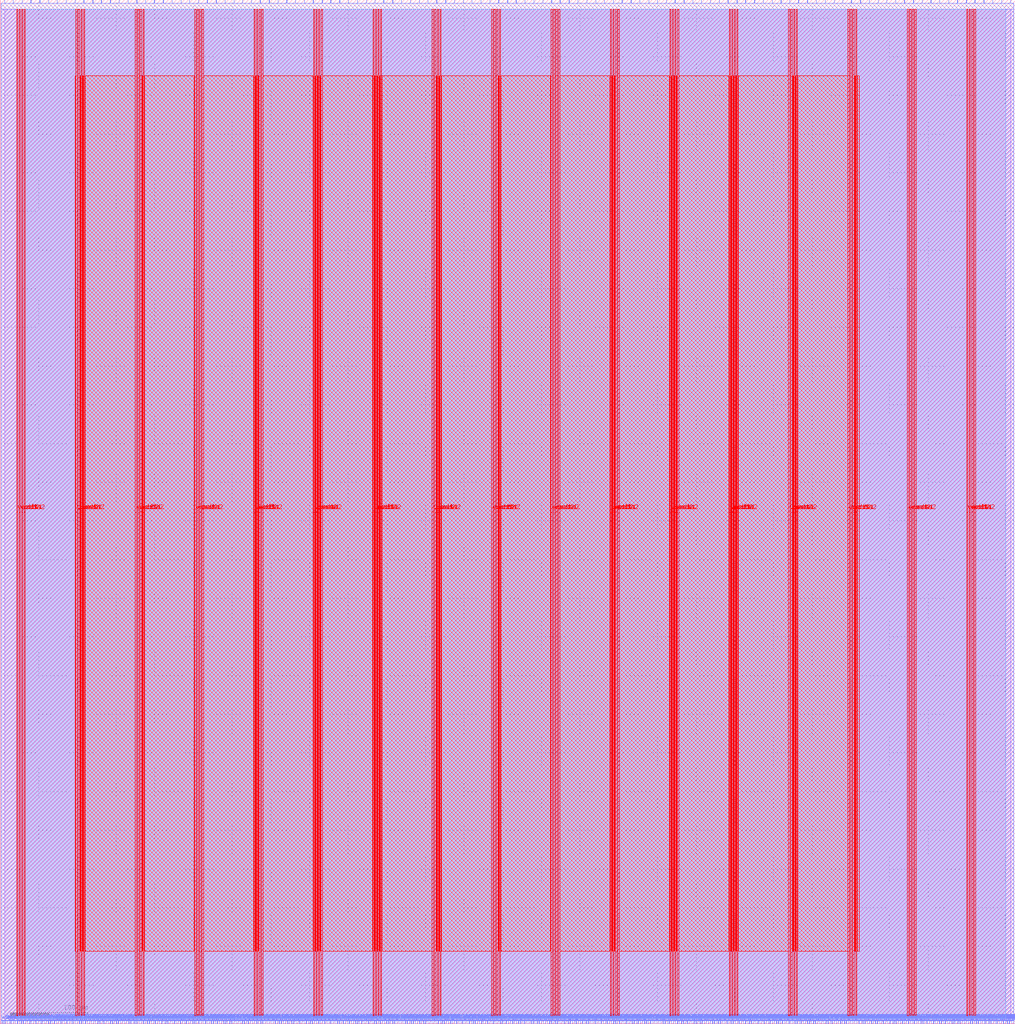
<source format=lef>
VERSION 5.7 ;
  NOWIREEXTENSIONATPIN ON ;
  DIVIDERCHAR "/" ;
  BUSBITCHARS "[]" ;
MACRO axi_dma
  CLASS BLOCK ;
  FOREIGN axi_dma ;
  ORIGIN 0.000 0.000 ;
  SIZE 1312.605 BY 1323.325 ;
  PIN io_in[0]
    DIRECTION INPUT ;
    USE SIGNAL ;
    PORT
      LAYER met2 ;
        RECT 5.610 1319.325 5.890 1323.325 ;
    END
  END io_in[0]
  PIN io_in[10]
    DIRECTION INPUT ;
    USE SIGNAL ;
    PORT
      LAYER met2 ;
        RECT 347.850 1319.325 348.130 1323.325 ;
    END
  END io_in[10]
  PIN io_in[11]
    DIRECTION INPUT ;
    USE SIGNAL ;
    PORT
      LAYER met2 ;
        RECT 381.890 1319.325 382.170 1323.325 ;
    END
  END io_in[11]
  PIN io_in[12]
    DIRECTION INPUT ;
    USE SIGNAL ;
    PORT
      LAYER met2 ;
        RECT 416.390 1319.325 416.670 1323.325 ;
    END
  END io_in[12]
  PIN io_in[13]
    DIRECTION INPUT ;
    USE SIGNAL ;
    PORT
      LAYER met2 ;
        RECT 450.430 1319.325 450.710 1323.325 ;
    END
  END io_in[13]
  PIN io_in[14]
    DIRECTION INPUT ;
    USE SIGNAL ;
    PORT
      LAYER met2 ;
        RECT 484.470 1319.325 484.750 1323.325 ;
    END
  END io_in[14]
  PIN io_in[15]
    DIRECTION INPUT ;
    USE SIGNAL ;
    PORT
      LAYER met2 ;
        RECT 518.970 1319.325 519.250 1323.325 ;
    END
  END io_in[15]
  PIN io_in[16]
    DIRECTION INPUT ;
    USE SIGNAL ;
    PORT
      LAYER met2 ;
        RECT 553.010 1319.325 553.290 1323.325 ;
    END
  END io_in[16]
  PIN io_in[17]
    DIRECTION INPUT ;
    USE SIGNAL ;
    PORT
      LAYER met2 ;
        RECT 587.510 1319.325 587.790 1323.325 ;
    END
  END io_in[17]
  PIN io_in[18]
    DIRECTION INPUT ;
    USE SIGNAL ;
    PORT
      LAYER met2 ;
        RECT 621.550 1319.325 621.830 1323.325 ;
    END
  END io_in[18]
  PIN io_in[19]
    DIRECTION INPUT ;
    USE SIGNAL ;
    PORT
      LAYER met2 ;
        RECT 656.050 1319.325 656.330 1323.325 ;
    END
  END io_in[19]
  PIN io_in[1]
    DIRECTION INPUT ;
    USE SIGNAL ;
    PORT
      LAYER met2 ;
        RECT 39.650 1319.325 39.930 1323.325 ;
    END
  END io_in[1]
  PIN io_in[20]
    DIRECTION INPUT ;
    USE SIGNAL ;
    PORT
      LAYER met2 ;
        RECT 690.090 1319.325 690.370 1323.325 ;
    END
  END io_in[20]
  PIN io_in[21]
    DIRECTION INPUT ;
    USE SIGNAL ;
    PORT
      LAYER met2 ;
        RECT 724.130 1319.325 724.410 1323.325 ;
    END
  END io_in[21]
  PIN io_in[22]
    DIRECTION INPUT ;
    USE SIGNAL ;
    PORT
      LAYER met2 ;
        RECT 758.630 1319.325 758.910 1323.325 ;
    END
  END io_in[22]
  PIN io_in[23]
    DIRECTION INPUT ;
    USE SIGNAL ;
    PORT
      LAYER met2 ;
        RECT 792.670 1319.325 792.950 1323.325 ;
    END
  END io_in[23]
  PIN io_in[24]
    DIRECTION INPUT ;
    USE SIGNAL ;
    PORT
      LAYER met2 ;
        RECT 827.170 1319.325 827.450 1323.325 ;
    END
  END io_in[24]
  PIN io_in[25]
    DIRECTION INPUT ;
    USE SIGNAL ;
    PORT
      LAYER met2 ;
        RECT 861.210 1319.325 861.490 1323.325 ;
    END
  END io_in[25]
  PIN io_in[26]
    DIRECTION INPUT ;
    USE SIGNAL ;
    PORT
      LAYER met2 ;
        RECT 895.710 1319.325 895.990 1323.325 ;
    END
  END io_in[26]
  PIN io_in[27]
    DIRECTION INPUT ;
    USE SIGNAL ;
    PORT
      LAYER met2 ;
        RECT 929.750 1319.325 930.030 1323.325 ;
    END
  END io_in[27]
  PIN io_in[28]
    DIRECTION INPUT ;
    USE SIGNAL ;
    PORT
      LAYER met2 ;
        RECT 963.790 1319.325 964.070 1323.325 ;
    END
  END io_in[28]
  PIN io_in[29]
    DIRECTION INPUT ;
    USE SIGNAL ;
    PORT
      LAYER met2 ;
        RECT 998.290 1319.325 998.570 1323.325 ;
    END
  END io_in[29]
  PIN io_in[2]
    DIRECTION INPUT ;
    USE SIGNAL ;
    PORT
      LAYER met2 ;
        RECT 73.690 1319.325 73.970 1323.325 ;
    END
  END io_in[2]
  PIN io_in[30]
    DIRECTION INPUT ;
    USE SIGNAL ;
    PORT
      LAYER met2 ;
        RECT 1032.330 1319.325 1032.610 1323.325 ;
    END
  END io_in[30]
  PIN io_in[31]
    DIRECTION INPUT ;
    USE SIGNAL ;
    PORT
      LAYER met2 ;
        RECT 1066.830 1319.325 1067.110 1323.325 ;
    END
  END io_in[31]
  PIN io_in[32]
    DIRECTION INPUT ;
    USE SIGNAL ;
    PORT
      LAYER met2 ;
        RECT 1100.870 1319.325 1101.150 1323.325 ;
    END
  END io_in[32]
  PIN io_in[33]
    DIRECTION INPUT ;
    USE SIGNAL ;
    PORT
      LAYER met2 ;
        RECT 1135.370 1319.325 1135.650 1323.325 ;
    END
  END io_in[33]
  PIN io_in[34]
    DIRECTION INPUT ;
    USE SIGNAL ;
    PORT
      LAYER met2 ;
        RECT 1169.410 1319.325 1169.690 1323.325 ;
    END
  END io_in[34]
  PIN io_in[35]
    DIRECTION INPUT ;
    USE SIGNAL ;
    PORT
      LAYER met2 ;
        RECT 1203.450 1319.325 1203.730 1323.325 ;
    END
  END io_in[35]
  PIN io_in[36]
    DIRECTION INPUT ;
    USE SIGNAL ;
    PORT
      LAYER met2 ;
        RECT 1237.950 1319.325 1238.230 1323.325 ;
    END
  END io_in[36]
  PIN io_in[37]
    DIRECTION INPUT ;
    USE SIGNAL ;
    PORT
      LAYER met2 ;
        RECT 1271.990 1319.325 1272.270 1323.325 ;
    END
  END io_in[37]
  PIN io_in[3]
    DIRECTION INPUT ;
    USE SIGNAL ;
    PORT
      LAYER met2 ;
        RECT 108.190 1319.325 108.470 1323.325 ;
    END
  END io_in[3]
  PIN io_in[4]
    DIRECTION INPUT ;
    USE SIGNAL ;
    PORT
      LAYER met2 ;
        RECT 142.230 1319.325 142.510 1323.325 ;
    END
  END io_in[4]
  PIN io_in[5]
    DIRECTION INPUT ;
    USE SIGNAL ;
    PORT
      LAYER met2 ;
        RECT 176.730 1319.325 177.010 1323.325 ;
    END
  END io_in[5]
  PIN io_in[6]
    DIRECTION INPUT ;
    USE SIGNAL ;
    PORT
      LAYER met2 ;
        RECT 210.770 1319.325 211.050 1323.325 ;
    END
  END io_in[6]
  PIN io_in[7]
    DIRECTION INPUT ;
    USE SIGNAL ;
    PORT
      LAYER met2 ;
        RECT 244.810 1319.325 245.090 1323.325 ;
    END
  END io_in[7]
  PIN io_in[8]
    DIRECTION INPUT ;
    USE SIGNAL ;
    PORT
      LAYER met2 ;
        RECT 279.310 1319.325 279.590 1323.325 ;
    END
  END io_in[8]
  PIN io_in[9]
    DIRECTION INPUT ;
    USE SIGNAL ;
    PORT
      LAYER met2 ;
        RECT 313.350 1319.325 313.630 1323.325 ;
    END
  END io_in[9]
  PIN io_oeb[0]
    DIRECTION OUTPUT TRISTATE ;
    USE SIGNAL ;
    PORT
      LAYER met2 ;
        RECT 16.650 1319.325 16.930 1323.325 ;
    END
  END io_oeb[0]
  PIN io_oeb[10]
    DIRECTION OUTPUT TRISTATE ;
    USE SIGNAL ;
    PORT
      LAYER met2 ;
        RECT 359.350 1319.325 359.630 1323.325 ;
    END
  END io_oeb[10]
  PIN io_oeb[11]
    DIRECTION OUTPUT TRISTATE ;
    USE SIGNAL ;
    PORT
      LAYER met2 ;
        RECT 393.390 1319.325 393.670 1323.325 ;
    END
  END io_oeb[11]
  PIN io_oeb[12]
    DIRECTION OUTPUT TRISTATE ;
    USE SIGNAL ;
    PORT
      LAYER met2 ;
        RECT 427.430 1319.325 427.710 1323.325 ;
    END
  END io_oeb[12]
  PIN io_oeb[13]
    DIRECTION OUTPUT TRISTATE ;
    USE SIGNAL ;
    PORT
      LAYER met2 ;
        RECT 461.930 1319.325 462.210 1323.325 ;
    END
  END io_oeb[13]
  PIN io_oeb[14]
    DIRECTION OUTPUT TRISTATE ;
    USE SIGNAL ;
    PORT
      LAYER met2 ;
        RECT 495.970 1319.325 496.250 1323.325 ;
    END
  END io_oeb[14]
  PIN io_oeb[15]
    DIRECTION OUTPUT TRISTATE ;
    USE SIGNAL ;
    PORT
      LAYER met2 ;
        RECT 530.470 1319.325 530.750 1323.325 ;
    END
  END io_oeb[15]
  PIN io_oeb[16]
    DIRECTION OUTPUT TRISTATE ;
    USE SIGNAL ;
    PORT
      LAYER met2 ;
        RECT 564.510 1319.325 564.790 1323.325 ;
    END
  END io_oeb[16]
  PIN io_oeb[17]
    DIRECTION OUTPUT TRISTATE ;
    USE SIGNAL ;
    PORT
      LAYER met2 ;
        RECT 599.010 1319.325 599.290 1323.325 ;
    END
  END io_oeb[17]
  PIN io_oeb[18]
    DIRECTION OUTPUT TRISTATE ;
    USE SIGNAL ;
    PORT
      LAYER met2 ;
        RECT 633.050 1319.325 633.330 1323.325 ;
    END
  END io_oeb[18]
  PIN io_oeb[19]
    DIRECTION OUTPUT TRISTATE ;
    USE SIGNAL ;
    PORT
      LAYER met2 ;
        RECT 667.090 1319.325 667.370 1323.325 ;
    END
  END io_oeb[19]
  PIN io_oeb[1]
    DIRECTION OUTPUT TRISTATE ;
    USE SIGNAL ;
    PORT
      LAYER met2 ;
        RECT 51.150 1319.325 51.430 1323.325 ;
    END
  END io_oeb[1]
  PIN io_oeb[20]
    DIRECTION OUTPUT TRISTATE ;
    USE SIGNAL ;
    PORT
      LAYER met2 ;
        RECT 701.590 1319.325 701.870 1323.325 ;
    END
  END io_oeb[20]
  PIN io_oeb[21]
    DIRECTION OUTPUT TRISTATE ;
    USE SIGNAL ;
    PORT
      LAYER met2 ;
        RECT 735.630 1319.325 735.910 1323.325 ;
    END
  END io_oeb[21]
  PIN io_oeb[22]
    DIRECTION OUTPUT TRISTATE ;
    USE SIGNAL ;
    PORT
      LAYER met2 ;
        RECT 770.130 1319.325 770.410 1323.325 ;
    END
  END io_oeb[22]
  PIN io_oeb[23]
    DIRECTION OUTPUT TRISTATE ;
    USE SIGNAL ;
    PORT
      LAYER met2 ;
        RECT 804.170 1319.325 804.450 1323.325 ;
    END
  END io_oeb[23]
  PIN io_oeb[24]
    DIRECTION OUTPUT TRISTATE ;
    USE SIGNAL ;
    PORT
      LAYER met2 ;
        RECT 838.670 1319.325 838.950 1323.325 ;
    END
  END io_oeb[24]
  PIN io_oeb[25]
    DIRECTION OUTPUT TRISTATE ;
    USE SIGNAL ;
    PORT
      LAYER met2 ;
        RECT 872.710 1319.325 872.990 1323.325 ;
    END
  END io_oeb[25]
  PIN io_oeb[26]
    DIRECTION OUTPUT TRISTATE ;
    USE SIGNAL ;
    PORT
      LAYER met2 ;
        RECT 906.750 1319.325 907.030 1323.325 ;
    END
  END io_oeb[26]
  PIN io_oeb[27]
    DIRECTION OUTPUT TRISTATE ;
    USE SIGNAL ;
    PORT
      LAYER met2 ;
        RECT 941.250 1319.325 941.530 1323.325 ;
    END
  END io_oeb[27]
  PIN io_oeb[28]
    DIRECTION OUTPUT TRISTATE ;
    USE SIGNAL ;
    PORT
      LAYER met2 ;
        RECT 975.290 1319.325 975.570 1323.325 ;
    END
  END io_oeb[28]
  PIN io_oeb[29]
    DIRECTION OUTPUT TRISTATE ;
    USE SIGNAL ;
    PORT
      LAYER met2 ;
        RECT 1009.790 1319.325 1010.070 1323.325 ;
    END
  END io_oeb[29]
  PIN io_oeb[2]
    DIRECTION OUTPUT TRISTATE ;
    USE SIGNAL ;
    PORT
      LAYER met2 ;
        RECT 85.190 1319.325 85.470 1323.325 ;
    END
  END io_oeb[2]
  PIN io_oeb[30]
    DIRECTION OUTPUT TRISTATE ;
    USE SIGNAL ;
    PORT
      LAYER met2 ;
        RECT 1043.830 1319.325 1044.110 1323.325 ;
    END
  END io_oeb[30]
  PIN io_oeb[31]
    DIRECTION OUTPUT TRISTATE ;
    USE SIGNAL ;
    PORT
      LAYER met2 ;
        RECT 1078.330 1319.325 1078.610 1323.325 ;
    END
  END io_oeb[31]
  PIN io_oeb[32]
    DIRECTION OUTPUT TRISTATE ;
    USE SIGNAL ;
    PORT
      LAYER met2 ;
        RECT 1112.370 1319.325 1112.650 1323.325 ;
    END
  END io_oeb[32]
  PIN io_oeb[33]
    DIRECTION OUTPUT TRISTATE ;
    USE SIGNAL ;
    PORT
      LAYER met2 ;
        RECT 1146.410 1319.325 1146.690 1323.325 ;
    END
  END io_oeb[33]
  PIN io_oeb[34]
    DIRECTION OUTPUT TRISTATE ;
    USE SIGNAL ;
    PORT
      LAYER met2 ;
        RECT 1180.910 1319.325 1181.190 1323.325 ;
    END
  END io_oeb[34]
  PIN io_oeb[35]
    DIRECTION OUTPUT TRISTATE ;
    USE SIGNAL ;
    PORT
      LAYER met2 ;
        RECT 1214.950 1319.325 1215.230 1323.325 ;
    END
  END io_oeb[35]
  PIN io_oeb[36]
    DIRECTION OUTPUT TRISTATE ;
    USE SIGNAL ;
    PORT
      LAYER met2 ;
        RECT 1249.450 1319.325 1249.730 1323.325 ;
    END
  END io_oeb[36]
  PIN io_oeb[37]
    DIRECTION OUTPUT TRISTATE ;
    USE SIGNAL ;
    PORT
      LAYER met2 ;
        RECT 1283.490 1319.325 1283.770 1323.325 ;
    END
  END io_oeb[37]
  PIN io_oeb[3]
    DIRECTION OUTPUT TRISTATE ;
    USE SIGNAL ;
    PORT
      LAYER met2 ;
        RECT 119.690 1319.325 119.970 1323.325 ;
    END
  END io_oeb[3]
  PIN io_oeb[4]
    DIRECTION OUTPUT TRISTATE ;
    USE SIGNAL ;
    PORT
      LAYER met2 ;
        RECT 153.730 1319.325 154.010 1323.325 ;
    END
  END io_oeb[4]
  PIN io_oeb[5]
    DIRECTION OUTPUT TRISTATE ;
    USE SIGNAL ;
    PORT
      LAYER met2 ;
        RECT 187.770 1319.325 188.050 1323.325 ;
    END
  END io_oeb[5]
  PIN io_oeb[6]
    DIRECTION OUTPUT TRISTATE ;
    USE SIGNAL ;
    PORT
      LAYER met2 ;
        RECT 222.270 1319.325 222.550 1323.325 ;
    END
  END io_oeb[6]
  PIN io_oeb[7]
    DIRECTION OUTPUT TRISTATE ;
    USE SIGNAL ;
    PORT
      LAYER met2 ;
        RECT 256.310 1319.325 256.590 1323.325 ;
    END
  END io_oeb[7]
  PIN io_oeb[8]
    DIRECTION OUTPUT TRISTATE ;
    USE SIGNAL ;
    PORT
      LAYER met2 ;
        RECT 290.810 1319.325 291.090 1323.325 ;
    END
  END io_oeb[8]
  PIN io_oeb[9]
    DIRECTION OUTPUT TRISTATE ;
    USE SIGNAL ;
    PORT
      LAYER met2 ;
        RECT 324.850 1319.325 325.130 1323.325 ;
    END
  END io_oeb[9]
  PIN io_out[0]
    DIRECTION OUTPUT TRISTATE ;
    USE SIGNAL ;
    PORT
      LAYER met2 ;
        RECT 28.150 1319.325 28.430 1323.325 ;
    END
  END io_out[0]
  PIN io_out[10]
    DIRECTION OUTPUT TRISTATE ;
    USE SIGNAL ;
    PORT
      LAYER met2 ;
        RECT 370.390 1319.325 370.670 1323.325 ;
    END
  END io_out[10]
  PIN io_out[11]
    DIRECTION OUTPUT TRISTATE ;
    USE SIGNAL ;
    PORT
      LAYER met2 ;
        RECT 404.890 1319.325 405.170 1323.325 ;
    END
  END io_out[11]
  PIN io_out[12]
    DIRECTION OUTPUT TRISTATE ;
    USE SIGNAL ;
    PORT
      LAYER met2 ;
        RECT 438.930 1319.325 439.210 1323.325 ;
    END
  END io_out[12]
  PIN io_out[13]
    DIRECTION OUTPUT TRISTATE ;
    USE SIGNAL ;
    PORT
      LAYER met2 ;
        RECT 473.430 1319.325 473.710 1323.325 ;
    END
  END io_out[13]
  PIN io_out[14]
    DIRECTION OUTPUT TRISTATE ;
    USE SIGNAL ;
    PORT
      LAYER met2 ;
        RECT 507.470 1319.325 507.750 1323.325 ;
    END
  END io_out[14]
  PIN io_out[15]
    DIRECTION OUTPUT TRISTATE ;
    USE SIGNAL ;
    PORT
      LAYER met2 ;
        RECT 541.970 1319.325 542.250 1323.325 ;
    END
  END io_out[15]
  PIN io_out[16]
    DIRECTION OUTPUT TRISTATE ;
    USE SIGNAL ;
    PORT
      LAYER met2 ;
        RECT 576.010 1319.325 576.290 1323.325 ;
    END
  END io_out[16]
  PIN io_out[17]
    DIRECTION OUTPUT TRISTATE ;
    USE SIGNAL ;
    PORT
      LAYER met2 ;
        RECT 610.050 1319.325 610.330 1323.325 ;
    END
  END io_out[17]
  PIN io_out[18]
    DIRECTION OUTPUT TRISTATE ;
    USE SIGNAL ;
    PORT
      LAYER met2 ;
        RECT 644.550 1319.325 644.830 1323.325 ;
    END
  END io_out[18]
  PIN io_out[19]
    DIRECTION OUTPUT TRISTATE ;
    USE SIGNAL ;
    PORT
      LAYER met2 ;
        RECT 678.590 1319.325 678.870 1323.325 ;
    END
  END io_out[19]
  PIN io_out[1]
    DIRECTION OUTPUT TRISTATE ;
    USE SIGNAL ;
    PORT
      LAYER met2 ;
        RECT 62.650 1319.325 62.930 1323.325 ;
    END
  END io_out[1]
  PIN io_out[20]
    DIRECTION OUTPUT TRISTATE ;
    USE SIGNAL ;
    PORT
      LAYER met2 ;
        RECT 713.090 1319.325 713.370 1323.325 ;
    END
  END io_out[20]
  PIN io_out[21]
    DIRECTION OUTPUT TRISTATE ;
    USE SIGNAL ;
    PORT
      LAYER met2 ;
        RECT 747.130 1319.325 747.410 1323.325 ;
    END
  END io_out[21]
  PIN io_out[22]
    DIRECTION OUTPUT TRISTATE ;
    USE SIGNAL ;
    PORT
      LAYER met2 ;
        RECT 781.170 1319.325 781.450 1323.325 ;
    END
  END io_out[22]
  PIN io_out[23]
    DIRECTION OUTPUT TRISTATE ;
    USE SIGNAL ;
    PORT
      LAYER met2 ;
        RECT 815.670 1319.325 815.950 1323.325 ;
    END
  END io_out[23]
  PIN io_out[24]
    DIRECTION OUTPUT TRISTATE ;
    USE SIGNAL ;
    PORT
      LAYER met2 ;
        RECT 849.710 1319.325 849.990 1323.325 ;
    END
  END io_out[24]
  PIN io_out[25]
    DIRECTION OUTPUT TRISTATE ;
    USE SIGNAL ;
    PORT
      LAYER met2 ;
        RECT 884.210 1319.325 884.490 1323.325 ;
    END
  END io_out[25]
  PIN io_out[26]
    DIRECTION OUTPUT TRISTATE ;
    USE SIGNAL ;
    PORT
      LAYER met2 ;
        RECT 918.250 1319.325 918.530 1323.325 ;
    END
  END io_out[26]
  PIN io_out[27]
    DIRECTION OUTPUT TRISTATE ;
    USE SIGNAL ;
    PORT
      LAYER met2 ;
        RECT 952.750 1319.325 953.030 1323.325 ;
    END
  END io_out[27]
  PIN io_out[28]
    DIRECTION OUTPUT TRISTATE ;
    USE SIGNAL ;
    PORT
      LAYER met2 ;
        RECT 986.790 1319.325 987.070 1323.325 ;
    END
  END io_out[28]
  PIN io_out[29]
    DIRECTION OUTPUT TRISTATE ;
    USE SIGNAL ;
    PORT
      LAYER met2 ;
        RECT 1020.830 1319.325 1021.110 1323.325 ;
    END
  END io_out[29]
  PIN io_out[2]
    DIRECTION OUTPUT TRISTATE ;
    USE SIGNAL ;
    PORT
      LAYER met2 ;
        RECT 96.690 1319.325 96.970 1323.325 ;
    END
  END io_out[2]
  PIN io_out[30]
    DIRECTION OUTPUT TRISTATE ;
    USE SIGNAL ;
    PORT
      LAYER met2 ;
        RECT 1055.330 1319.325 1055.610 1323.325 ;
    END
  END io_out[30]
  PIN io_out[31]
    DIRECTION OUTPUT TRISTATE ;
    USE SIGNAL ;
    PORT
      LAYER met2 ;
        RECT 1089.370 1319.325 1089.650 1323.325 ;
    END
  END io_out[31]
  PIN io_out[32]
    DIRECTION OUTPUT TRISTATE ;
    USE SIGNAL ;
    PORT
      LAYER met2 ;
        RECT 1123.870 1319.325 1124.150 1323.325 ;
    END
  END io_out[32]
  PIN io_out[33]
    DIRECTION OUTPUT TRISTATE ;
    USE SIGNAL ;
    PORT
      LAYER met2 ;
        RECT 1157.910 1319.325 1158.190 1323.325 ;
    END
  END io_out[33]
  PIN io_out[34]
    DIRECTION OUTPUT TRISTATE ;
    USE SIGNAL ;
    PORT
      LAYER met2 ;
        RECT 1192.410 1319.325 1192.690 1323.325 ;
    END
  END io_out[34]
  PIN io_out[35]
    DIRECTION OUTPUT TRISTATE ;
    USE SIGNAL ;
    PORT
      LAYER met2 ;
        RECT 1226.450 1319.325 1226.730 1323.325 ;
    END
  END io_out[35]
  PIN io_out[36]
    DIRECTION OUTPUT TRISTATE ;
    USE SIGNAL ;
    PORT
      LAYER met2 ;
        RECT 1260.490 1319.325 1260.770 1323.325 ;
    END
  END io_out[36]
  PIN io_out[37]
    DIRECTION OUTPUT TRISTATE ;
    USE SIGNAL ;
    PORT
      LAYER met2 ;
        RECT 1294.990 1319.325 1295.270 1323.325 ;
    END
  END io_out[37]
  PIN io_out[3]
    DIRECTION OUTPUT TRISTATE ;
    USE SIGNAL ;
    PORT
      LAYER met2 ;
        RECT 130.730 1319.325 131.010 1323.325 ;
    END
  END io_out[3]
  PIN io_out[4]
    DIRECTION OUTPUT TRISTATE ;
    USE SIGNAL ;
    PORT
      LAYER met2 ;
        RECT 165.230 1319.325 165.510 1323.325 ;
    END
  END io_out[4]
  PIN io_out[5]
    DIRECTION OUTPUT TRISTATE ;
    USE SIGNAL ;
    PORT
      LAYER met2 ;
        RECT 199.270 1319.325 199.550 1323.325 ;
    END
  END io_out[5]
  PIN io_out[6]
    DIRECTION OUTPUT TRISTATE ;
    USE SIGNAL ;
    PORT
      LAYER met2 ;
        RECT 233.770 1319.325 234.050 1323.325 ;
    END
  END io_out[6]
  PIN io_out[7]
    DIRECTION OUTPUT TRISTATE ;
    USE SIGNAL ;
    PORT
      LAYER met2 ;
        RECT 267.810 1319.325 268.090 1323.325 ;
    END
  END io_out[7]
  PIN io_out[8]
    DIRECTION OUTPUT TRISTATE ;
    USE SIGNAL ;
    PORT
      LAYER met2 ;
        RECT 302.310 1319.325 302.590 1323.325 ;
    END
  END io_out[8]
  PIN io_out[9]
    DIRECTION OUTPUT TRISTATE ;
    USE SIGNAL ;
    PORT
      LAYER met2 ;
        RECT 336.350 1319.325 336.630 1323.325 ;
    END
  END io_out[9]
  PIN irq[0]
    DIRECTION OUTPUT TRISTATE ;
    USE SIGNAL ;
    PORT
      LAYER met2 ;
        RECT 1306.490 1319.325 1306.770 1323.325 ;
    END
  END irq[0]
  PIN irq[1]
    DIRECTION OUTPUT TRISTATE ;
    USE SIGNAL ;
    PORT
      LAYER met2 ;
        RECT 1307.870 0.000 1308.150 4.000 ;
    END
  END irq[1]
  PIN irq[2]
    DIRECTION OUTPUT TRISTATE ;
    USE SIGNAL ;
    PORT
      LAYER met2 ;
        RECT 1310.630 0.000 1310.910 4.000 ;
    END
  END irq[2]
  PIN la_data_in[0]
    DIRECTION INPUT ;
    USE SIGNAL ;
    PORT
      LAYER met2 ;
        RECT 283.450 0.000 283.730 4.000 ;
    END
  END la_data_in[0]
  PIN la_data_in[100]
    DIRECTION INPUT ;
    USE SIGNAL ;
    PORT
      LAYER met2 ;
        RECT 1083.850 0.000 1084.130 4.000 ;
    END
  END la_data_in[100]
  PIN la_data_in[101]
    DIRECTION INPUT ;
    USE SIGNAL ;
    PORT
      LAYER met2 ;
        RECT 1091.670 0.000 1091.950 4.000 ;
    END
  END la_data_in[101]
  PIN la_data_in[102]
    DIRECTION INPUT ;
    USE SIGNAL ;
    PORT
      LAYER met2 ;
        RECT 1099.950 0.000 1100.230 4.000 ;
    END
  END la_data_in[102]
  PIN la_data_in[103]
    DIRECTION INPUT ;
    USE SIGNAL ;
    PORT
      LAYER met2 ;
        RECT 1107.770 0.000 1108.050 4.000 ;
    END
  END la_data_in[103]
  PIN la_data_in[104]
    DIRECTION INPUT ;
    USE SIGNAL ;
    PORT
      LAYER met2 ;
        RECT 1115.590 0.000 1115.870 4.000 ;
    END
  END la_data_in[104]
  PIN la_data_in[105]
    DIRECTION INPUT ;
    USE SIGNAL ;
    PORT
      LAYER met2 ;
        RECT 1123.870 0.000 1124.150 4.000 ;
    END
  END la_data_in[105]
  PIN la_data_in[106]
    DIRECTION INPUT ;
    USE SIGNAL ;
    PORT
      LAYER met2 ;
        RECT 1131.690 0.000 1131.970 4.000 ;
    END
  END la_data_in[106]
  PIN la_data_in[107]
    DIRECTION INPUT ;
    USE SIGNAL ;
    PORT
      LAYER met2 ;
        RECT 1139.970 0.000 1140.250 4.000 ;
    END
  END la_data_in[107]
  PIN la_data_in[108]
    DIRECTION INPUT ;
    USE SIGNAL ;
    PORT
      LAYER met2 ;
        RECT 1147.790 0.000 1148.070 4.000 ;
    END
  END la_data_in[108]
  PIN la_data_in[109]
    DIRECTION INPUT ;
    USE SIGNAL ;
    PORT
      LAYER met2 ;
        RECT 1155.610 0.000 1155.890 4.000 ;
    END
  END la_data_in[109]
  PIN la_data_in[10]
    DIRECTION INPUT ;
    USE SIGNAL ;
    PORT
      LAYER met2 ;
        RECT 363.490 0.000 363.770 4.000 ;
    END
  END la_data_in[10]
  PIN la_data_in[110]
    DIRECTION INPUT ;
    USE SIGNAL ;
    PORT
      LAYER met2 ;
        RECT 1163.890 0.000 1164.170 4.000 ;
    END
  END la_data_in[110]
  PIN la_data_in[111]
    DIRECTION INPUT ;
    USE SIGNAL ;
    PORT
      LAYER met2 ;
        RECT 1171.710 0.000 1171.990 4.000 ;
    END
  END la_data_in[111]
  PIN la_data_in[112]
    DIRECTION INPUT ;
    USE SIGNAL ;
    PORT
      LAYER met2 ;
        RECT 1179.990 0.000 1180.270 4.000 ;
    END
  END la_data_in[112]
  PIN la_data_in[113]
    DIRECTION INPUT ;
    USE SIGNAL ;
    PORT
      LAYER met2 ;
        RECT 1187.810 0.000 1188.090 4.000 ;
    END
  END la_data_in[113]
  PIN la_data_in[114]
    DIRECTION INPUT ;
    USE SIGNAL ;
    PORT
      LAYER met2 ;
        RECT 1195.630 0.000 1195.910 4.000 ;
    END
  END la_data_in[114]
  PIN la_data_in[115]
    DIRECTION INPUT ;
    USE SIGNAL ;
    PORT
      LAYER met2 ;
        RECT 1203.910 0.000 1204.190 4.000 ;
    END
  END la_data_in[115]
  PIN la_data_in[116]
    DIRECTION INPUT ;
    USE SIGNAL ;
    PORT
      LAYER met2 ;
        RECT 1211.730 0.000 1212.010 4.000 ;
    END
  END la_data_in[116]
  PIN la_data_in[117]
    DIRECTION INPUT ;
    USE SIGNAL ;
    PORT
      LAYER met2 ;
        RECT 1220.010 0.000 1220.290 4.000 ;
    END
  END la_data_in[117]
  PIN la_data_in[118]
    DIRECTION INPUT ;
    USE SIGNAL ;
    PORT
      LAYER met2 ;
        RECT 1227.830 0.000 1228.110 4.000 ;
    END
  END la_data_in[118]
  PIN la_data_in[119]
    DIRECTION INPUT ;
    USE SIGNAL ;
    PORT
      LAYER met2 ;
        RECT 1235.650 0.000 1235.930 4.000 ;
    END
  END la_data_in[119]
  PIN la_data_in[11]
    DIRECTION INPUT ;
    USE SIGNAL ;
    PORT
      LAYER met2 ;
        RECT 371.770 0.000 372.050 4.000 ;
    END
  END la_data_in[11]
  PIN la_data_in[120]
    DIRECTION INPUT ;
    USE SIGNAL ;
    PORT
      LAYER met2 ;
        RECT 1243.930 0.000 1244.210 4.000 ;
    END
  END la_data_in[120]
  PIN la_data_in[121]
    DIRECTION INPUT ;
    USE SIGNAL ;
    PORT
      LAYER met2 ;
        RECT 1251.750 0.000 1252.030 4.000 ;
    END
  END la_data_in[121]
  PIN la_data_in[122]
    DIRECTION INPUT ;
    USE SIGNAL ;
    PORT
      LAYER met2 ;
        RECT 1260.030 0.000 1260.310 4.000 ;
    END
  END la_data_in[122]
  PIN la_data_in[123]
    DIRECTION INPUT ;
    USE SIGNAL ;
    PORT
      LAYER met2 ;
        RECT 1267.850 0.000 1268.130 4.000 ;
    END
  END la_data_in[123]
  PIN la_data_in[124]
    DIRECTION INPUT ;
    USE SIGNAL ;
    PORT
      LAYER met2 ;
        RECT 1275.670 0.000 1275.950 4.000 ;
    END
  END la_data_in[124]
  PIN la_data_in[125]
    DIRECTION INPUT ;
    USE SIGNAL ;
    PORT
      LAYER met2 ;
        RECT 1283.950 0.000 1284.230 4.000 ;
    END
  END la_data_in[125]
  PIN la_data_in[126]
    DIRECTION INPUT ;
    USE SIGNAL ;
    PORT
      LAYER met2 ;
        RECT 1291.770 0.000 1292.050 4.000 ;
    END
  END la_data_in[126]
  PIN la_data_in[127]
    DIRECTION INPUT ;
    USE SIGNAL ;
    PORT
      LAYER met2 ;
        RECT 1300.050 0.000 1300.330 4.000 ;
    END
  END la_data_in[127]
  PIN la_data_in[12]
    DIRECTION INPUT ;
    USE SIGNAL ;
    PORT
      LAYER met2 ;
        RECT 379.590 0.000 379.870 4.000 ;
    END
  END la_data_in[12]
  PIN la_data_in[13]
    DIRECTION INPUT ;
    USE SIGNAL ;
    PORT
      LAYER met2 ;
        RECT 387.410 0.000 387.690 4.000 ;
    END
  END la_data_in[13]
  PIN la_data_in[14]
    DIRECTION INPUT ;
    USE SIGNAL ;
    PORT
      LAYER met2 ;
        RECT 395.690 0.000 395.970 4.000 ;
    END
  END la_data_in[14]
  PIN la_data_in[15]
    DIRECTION INPUT ;
    USE SIGNAL ;
    PORT
      LAYER met2 ;
        RECT 403.510 0.000 403.790 4.000 ;
    END
  END la_data_in[15]
  PIN la_data_in[16]
    DIRECTION INPUT ;
    USE SIGNAL ;
    PORT
      LAYER met2 ;
        RECT 411.790 0.000 412.070 4.000 ;
    END
  END la_data_in[16]
  PIN la_data_in[17]
    DIRECTION INPUT ;
    USE SIGNAL ;
    PORT
      LAYER met2 ;
        RECT 419.610 0.000 419.890 4.000 ;
    END
  END la_data_in[17]
  PIN la_data_in[18]
    DIRECTION INPUT ;
    USE SIGNAL ;
    PORT
      LAYER met2 ;
        RECT 427.430 0.000 427.710 4.000 ;
    END
  END la_data_in[18]
  PIN la_data_in[19]
    DIRECTION INPUT ;
    USE SIGNAL ;
    PORT
      LAYER met2 ;
        RECT 435.710 0.000 435.990 4.000 ;
    END
  END la_data_in[19]
  PIN la_data_in[1]
    DIRECTION INPUT ;
    USE SIGNAL ;
    PORT
      LAYER met2 ;
        RECT 291.730 0.000 292.010 4.000 ;
    END
  END la_data_in[1]
  PIN la_data_in[20]
    DIRECTION INPUT ;
    USE SIGNAL ;
    PORT
      LAYER met2 ;
        RECT 443.530 0.000 443.810 4.000 ;
    END
  END la_data_in[20]
  PIN la_data_in[21]
    DIRECTION INPUT ;
    USE SIGNAL ;
    PORT
      LAYER met2 ;
        RECT 451.350 0.000 451.630 4.000 ;
    END
  END la_data_in[21]
  PIN la_data_in[22]
    DIRECTION INPUT ;
    USE SIGNAL ;
    PORT
      LAYER met2 ;
        RECT 459.630 0.000 459.910 4.000 ;
    END
  END la_data_in[22]
  PIN la_data_in[23]
    DIRECTION INPUT ;
    USE SIGNAL ;
    PORT
      LAYER met2 ;
        RECT 467.450 0.000 467.730 4.000 ;
    END
  END la_data_in[23]
  PIN la_data_in[24]
    DIRECTION INPUT ;
    USE SIGNAL ;
    PORT
      LAYER met2 ;
        RECT 475.730 0.000 476.010 4.000 ;
    END
  END la_data_in[24]
  PIN la_data_in[25]
    DIRECTION INPUT ;
    USE SIGNAL ;
    PORT
      LAYER met2 ;
        RECT 483.550 0.000 483.830 4.000 ;
    END
  END la_data_in[25]
  PIN la_data_in[26]
    DIRECTION INPUT ;
    USE SIGNAL ;
    PORT
      LAYER met2 ;
        RECT 491.370 0.000 491.650 4.000 ;
    END
  END la_data_in[26]
  PIN la_data_in[27]
    DIRECTION INPUT ;
    USE SIGNAL ;
    PORT
      LAYER met2 ;
        RECT 499.650 0.000 499.930 4.000 ;
    END
  END la_data_in[27]
  PIN la_data_in[28]
    DIRECTION INPUT ;
    USE SIGNAL ;
    PORT
      LAYER met2 ;
        RECT 507.470 0.000 507.750 4.000 ;
    END
  END la_data_in[28]
  PIN la_data_in[29]
    DIRECTION INPUT ;
    USE SIGNAL ;
    PORT
      LAYER met2 ;
        RECT 515.750 0.000 516.030 4.000 ;
    END
  END la_data_in[29]
  PIN la_data_in[2]
    DIRECTION INPUT ;
    USE SIGNAL ;
    PORT
      LAYER met2 ;
        RECT 299.550 0.000 299.830 4.000 ;
    END
  END la_data_in[2]
  PIN la_data_in[30]
    DIRECTION INPUT ;
    USE SIGNAL ;
    PORT
      LAYER met2 ;
        RECT 523.570 0.000 523.850 4.000 ;
    END
  END la_data_in[30]
  PIN la_data_in[31]
    DIRECTION INPUT ;
    USE SIGNAL ;
    PORT
      LAYER met2 ;
        RECT 531.390 0.000 531.670 4.000 ;
    END
  END la_data_in[31]
  PIN la_data_in[32]
    DIRECTION INPUT ;
    USE SIGNAL ;
    PORT
      LAYER met2 ;
        RECT 539.670 0.000 539.950 4.000 ;
    END
  END la_data_in[32]
  PIN la_data_in[33]
    DIRECTION INPUT ;
    USE SIGNAL ;
    PORT
      LAYER met2 ;
        RECT 547.490 0.000 547.770 4.000 ;
    END
  END la_data_in[33]
  PIN la_data_in[34]
    DIRECTION INPUT ;
    USE SIGNAL ;
    PORT
      LAYER met2 ;
        RECT 555.770 0.000 556.050 4.000 ;
    END
  END la_data_in[34]
  PIN la_data_in[35]
    DIRECTION INPUT ;
    USE SIGNAL ;
    PORT
      LAYER met2 ;
        RECT 563.590 0.000 563.870 4.000 ;
    END
  END la_data_in[35]
  PIN la_data_in[36]
    DIRECTION INPUT ;
    USE SIGNAL ;
    PORT
      LAYER met2 ;
        RECT 571.410 0.000 571.690 4.000 ;
    END
  END la_data_in[36]
  PIN la_data_in[37]
    DIRECTION INPUT ;
    USE SIGNAL ;
    PORT
      LAYER met2 ;
        RECT 579.690 0.000 579.970 4.000 ;
    END
  END la_data_in[37]
  PIN la_data_in[38]
    DIRECTION INPUT ;
    USE SIGNAL ;
    PORT
      LAYER met2 ;
        RECT 587.510 0.000 587.790 4.000 ;
    END
  END la_data_in[38]
  PIN la_data_in[39]
    DIRECTION INPUT ;
    USE SIGNAL ;
    PORT
      LAYER met2 ;
        RECT 595.790 0.000 596.070 4.000 ;
    END
  END la_data_in[39]
  PIN la_data_in[3]
    DIRECTION INPUT ;
    USE SIGNAL ;
    PORT
      LAYER met2 ;
        RECT 307.370 0.000 307.650 4.000 ;
    END
  END la_data_in[3]
  PIN la_data_in[40]
    DIRECTION INPUT ;
    USE SIGNAL ;
    PORT
      LAYER met2 ;
        RECT 603.610 0.000 603.890 4.000 ;
    END
  END la_data_in[40]
  PIN la_data_in[41]
    DIRECTION INPUT ;
    USE SIGNAL ;
    PORT
      LAYER met2 ;
        RECT 611.430 0.000 611.710 4.000 ;
    END
  END la_data_in[41]
  PIN la_data_in[42]
    DIRECTION INPUT ;
    USE SIGNAL ;
    PORT
      LAYER met2 ;
        RECT 619.710 0.000 619.990 4.000 ;
    END
  END la_data_in[42]
  PIN la_data_in[43]
    DIRECTION INPUT ;
    USE SIGNAL ;
    PORT
      LAYER met2 ;
        RECT 627.530 0.000 627.810 4.000 ;
    END
  END la_data_in[43]
  PIN la_data_in[44]
    DIRECTION INPUT ;
    USE SIGNAL ;
    PORT
      LAYER met2 ;
        RECT 635.810 0.000 636.090 4.000 ;
    END
  END la_data_in[44]
  PIN la_data_in[45]
    DIRECTION INPUT ;
    USE SIGNAL ;
    PORT
      LAYER met2 ;
        RECT 643.630 0.000 643.910 4.000 ;
    END
  END la_data_in[45]
  PIN la_data_in[46]
    DIRECTION INPUT ;
    USE SIGNAL ;
    PORT
      LAYER met2 ;
        RECT 651.450 0.000 651.730 4.000 ;
    END
  END la_data_in[46]
  PIN la_data_in[47]
    DIRECTION INPUT ;
    USE SIGNAL ;
    PORT
      LAYER met2 ;
        RECT 659.730 0.000 660.010 4.000 ;
    END
  END la_data_in[47]
  PIN la_data_in[48]
    DIRECTION INPUT ;
    USE SIGNAL ;
    PORT
      LAYER met2 ;
        RECT 667.550 0.000 667.830 4.000 ;
    END
  END la_data_in[48]
  PIN la_data_in[49]
    DIRECTION INPUT ;
    USE SIGNAL ;
    PORT
      LAYER met2 ;
        RECT 675.830 0.000 676.110 4.000 ;
    END
  END la_data_in[49]
  PIN la_data_in[4]
    DIRECTION INPUT ;
    USE SIGNAL ;
    PORT
      LAYER met2 ;
        RECT 315.650 0.000 315.930 4.000 ;
    END
  END la_data_in[4]
  PIN la_data_in[50]
    DIRECTION INPUT ;
    USE SIGNAL ;
    PORT
      LAYER met2 ;
        RECT 683.650 0.000 683.930 4.000 ;
    END
  END la_data_in[50]
  PIN la_data_in[51]
    DIRECTION INPUT ;
    USE SIGNAL ;
    PORT
      LAYER met2 ;
        RECT 691.470 0.000 691.750 4.000 ;
    END
  END la_data_in[51]
  PIN la_data_in[52]
    DIRECTION INPUT ;
    USE SIGNAL ;
    PORT
      LAYER met2 ;
        RECT 699.750 0.000 700.030 4.000 ;
    END
  END la_data_in[52]
  PIN la_data_in[53]
    DIRECTION INPUT ;
    USE SIGNAL ;
    PORT
      LAYER met2 ;
        RECT 707.570 0.000 707.850 4.000 ;
    END
  END la_data_in[53]
  PIN la_data_in[54]
    DIRECTION INPUT ;
    USE SIGNAL ;
    PORT
      LAYER met2 ;
        RECT 715.850 0.000 716.130 4.000 ;
    END
  END la_data_in[54]
  PIN la_data_in[55]
    DIRECTION INPUT ;
    USE SIGNAL ;
    PORT
      LAYER met2 ;
        RECT 723.670 0.000 723.950 4.000 ;
    END
  END la_data_in[55]
  PIN la_data_in[56]
    DIRECTION INPUT ;
    USE SIGNAL ;
    PORT
      LAYER met2 ;
        RECT 731.490 0.000 731.770 4.000 ;
    END
  END la_data_in[56]
  PIN la_data_in[57]
    DIRECTION INPUT ;
    USE SIGNAL ;
    PORT
      LAYER met2 ;
        RECT 739.770 0.000 740.050 4.000 ;
    END
  END la_data_in[57]
  PIN la_data_in[58]
    DIRECTION INPUT ;
    USE SIGNAL ;
    PORT
      LAYER met2 ;
        RECT 747.590 0.000 747.870 4.000 ;
    END
  END la_data_in[58]
  PIN la_data_in[59]
    DIRECTION INPUT ;
    USE SIGNAL ;
    PORT
      LAYER met2 ;
        RECT 755.870 0.000 756.150 4.000 ;
    END
  END la_data_in[59]
  PIN la_data_in[5]
    DIRECTION INPUT ;
    USE SIGNAL ;
    PORT
      LAYER met2 ;
        RECT 323.470 0.000 323.750 4.000 ;
    END
  END la_data_in[5]
  PIN la_data_in[60]
    DIRECTION INPUT ;
    USE SIGNAL ;
    PORT
      LAYER met2 ;
        RECT 763.690 0.000 763.970 4.000 ;
    END
  END la_data_in[60]
  PIN la_data_in[61]
    DIRECTION INPUT ;
    USE SIGNAL ;
    PORT
      LAYER met2 ;
        RECT 771.510 0.000 771.790 4.000 ;
    END
  END la_data_in[61]
  PIN la_data_in[62]
    DIRECTION INPUT ;
    USE SIGNAL ;
    PORT
      LAYER met2 ;
        RECT 779.790 0.000 780.070 4.000 ;
    END
  END la_data_in[62]
  PIN la_data_in[63]
    DIRECTION INPUT ;
    USE SIGNAL ;
    PORT
      LAYER met2 ;
        RECT 787.610 0.000 787.890 4.000 ;
    END
  END la_data_in[63]
  PIN la_data_in[64]
    DIRECTION INPUT ;
    USE SIGNAL ;
    PORT
      LAYER met2 ;
        RECT 795.890 0.000 796.170 4.000 ;
    END
  END la_data_in[64]
  PIN la_data_in[65]
    DIRECTION INPUT ;
    USE SIGNAL ;
    PORT
      LAYER met2 ;
        RECT 803.710 0.000 803.990 4.000 ;
    END
  END la_data_in[65]
  PIN la_data_in[66]
    DIRECTION INPUT ;
    USE SIGNAL ;
    PORT
      LAYER met2 ;
        RECT 811.530 0.000 811.810 4.000 ;
    END
  END la_data_in[66]
  PIN la_data_in[67]
    DIRECTION INPUT ;
    USE SIGNAL ;
    PORT
      LAYER met2 ;
        RECT 819.810 0.000 820.090 4.000 ;
    END
  END la_data_in[67]
  PIN la_data_in[68]
    DIRECTION INPUT ;
    USE SIGNAL ;
    PORT
      LAYER met2 ;
        RECT 827.630 0.000 827.910 4.000 ;
    END
  END la_data_in[68]
  PIN la_data_in[69]
    DIRECTION INPUT ;
    USE SIGNAL ;
    PORT
      LAYER met2 ;
        RECT 835.910 0.000 836.190 4.000 ;
    END
  END la_data_in[69]
  PIN la_data_in[6]
    DIRECTION INPUT ;
    USE SIGNAL ;
    PORT
      LAYER met2 ;
        RECT 331.750 0.000 332.030 4.000 ;
    END
  END la_data_in[6]
  PIN la_data_in[70]
    DIRECTION INPUT ;
    USE SIGNAL ;
    PORT
      LAYER met2 ;
        RECT 843.730 0.000 844.010 4.000 ;
    END
  END la_data_in[70]
  PIN la_data_in[71]
    DIRECTION INPUT ;
    USE SIGNAL ;
    PORT
      LAYER met2 ;
        RECT 851.550 0.000 851.830 4.000 ;
    END
  END la_data_in[71]
  PIN la_data_in[72]
    DIRECTION INPUT ;
    USE SIGNAL ;
    PORT
      LAYER met2 ;
        RECT 859.830 0.000 860.110 4.000 ;
    END
  END la_data_in[72]
  PIN la_data_in[73]
    DIRECTION INPUT ;
    USE SIGNAL ;
    PORT
      LAYER met2 ;
        RECT 867.650 0.000 867.930 4.000 ;
    END
  END la_data_in[73]
  PIN la_data_in[74]
    DIRECTION INPUT ;
    USE SIGNAL ;
    PORT
      LAYER met2 ;
        RECT 875.930 0.000 876.210 4.000 ;
    END
  END la_data_in[74]
  PIN la_data_in[75]
    DIRECTION INPUT ;
    USE SIGNAL ;
    PORT
      LAYER met2 ;
        RECT 883.750 0.000 884.030 4.000 ;
    END
  END la_data_in[75]
  PIN la_data_in[76]
    DIRECTION INPUT ;
    USE SIGNAL ;
    PORT
      LAYER met2 ;
        RECT 891.570 0.000 891.850 4.000 ;
    END
  END la_data_in[76]
  PIN la_data_in[77]
    DIRECTION INPUT ;
    USE SIGNAL ;
    PORT
      LAYER met2 ;
        RECT 899.850 0.000 900.130 4.000 ;
    END
  END la_data_in[77]
  PIN la_data_in[78]
    DIRECTION INPUT ;
    USE SIGNAL ;
    PORT
      LAYER met2 ;
        RECT 907.670 0.000 907.950 4.000 ;
    END
  END la_data_in[78]
  PIN la_data_in[79]
    DIRECTION INPUT ;
    USE SIGNAL ;
    PORT
      LAYER met2 ;
        RECT 915.490 0.000 915.770 4.000 ;
    END
  END la_data_in[79]
  PIN la_data_in[7]
    DIRECTION INPUT ;
    USE SIGNAL ;
    PORT
      LAYER met2 ;
        RECT 339.570 0.000 339.850 4.000 ;
    END
  END la_data_in[7]
  PIN la_data_in[80]
    DIRECTION INPUT ;
    USE SIGNAL ;
    PORT
      LAYER met2 ;
        RECT 923.770 0.000 924.050 4.000 ;
    END
  END la_data_in[80]
  PIN la_data_in[81]
    DIRECTION INPUT ;
    USE SIGNAL ;
    PORT
      LAYER met2 ;
        RECT 931.590 0.000 931.870 4.000 ;
    END
  END la_data_in[81]
  PIN la_data_in[82]
    DIRECTION INPUT ;
    USE SIGNAL ;
    PORT
      LAYER met2 ;
        RECT 939.870 0.000 940.150 4.000 ;
    END
  END la_data_in[82]
  PIN la_data_in[83]
    DIRECTION INPUT ;
    USE SIGNAL ;
    PORT
      LAYER met2 ;
        RECT 947.690 0.000 947.970 4.000 ;
    END
  END la_data_in[83]
  PIN la_data_in[84]
    DIRECTION INPUT ;
    USE SIGNAL ;
    PORT
      LAYER met2 ;
        RECT 955.510 0.000 955.790 4.000 ;
    END
  END la_data_in[84]
  PIN la_data_in[85]
    DIRECTION INPUT ;
    USE SIGNAL ;
    PORT
      LAYER met2 ;
        RECT 963.790 0.000 964.070 4.000 ;
    END
  END la_data_in[85]
  PIN la_data_in[86]
    DIRECTION INPUT ;
    USE SIGNAL ;
    PORT
      LAYER met2 ;
        RECT 971.610 0.000 971.890 4.000 ;
    END
  END la_data_in[86]
  PIN la_data_in[87]
    DIRECTION INPUT ;
    USE SIGNAL ;
    PORT
      LAYER met2 ;
        RECT 979.890 0.000 980.170 4.000 ;
    END
  END la_data_in[87]
  PIN la_data_in[88]
    DIRECTION INPUT ;
    USE SIGNAL ;
    PORT
      LAYER met2 ;
        RECT 987.710 0.000 987.990 4.000 ;
    END
  END la_data_in[88]
  PIN la_data_in[89]
    DIRECTION INPUT ;
    USE SIGNAL ;
    PORT
      LAYER met2 ;
        RECT 995.530 0.000 995.810 4.000 ;
    END
  END la_data_in[89]
  PIN la_data_in[8]
    DIRECTION INPUT ;
    USE SIGNAL ;
    PORT
      LAYER met2 ;
        RECT 347.390 0.000 347.670 4.000 ;
    END
  END la_data_in[8]
  PIN la_data_in[90]
    DIRECTION INPUT ;
    USE SIGNAL ;
    PORT
      LAYER met2 ;
        RECT 1003.810 0.000 1004.090 4.000 ;
    END
  END la_data_in[90]
  PIN la_data_in[91]
    DIRECTION INPUT ;
    USE SIGNAL ;
    PORT
      LAYER met2 ;
        RECT 1011.630 0.000 1011.910 4.000 ;
    END
  END la_data_in[91]
  PIN la_data_in[92]
    DIRECTION INPUT ;
    USE SIGNAL ;
    PORT
      LAYER met2 ;
        RECT 1019.910 0.000 1020.190 4.000 ;
    END
  END la_data_in[92]
  PIN la_data_in[93]
    DIRECTION INPUT ;
    USE SIGNAL ;
    PORT
      LAYER met2 ;
        RECT 1027.730 0.000 1028.010 4.000 ;
    END
  END la_data_in[93]
  PIN la_data_in[94]
    DIRECTION INPUT ;
    USE SIGNAL ;
    PORT
      LAYER met2 ;
        RECT 1035.550 0.000 1035.830 4.000 ;
    END
  END la_data_in[94]
  PIN la_data_in[95]
    DIRECTION INPUT ;
    USE SIGNAL ;
    PORT
      LAYER met2 ;
        RECT 1043.830 0.000 1044.110 4.000 ;
    END
  END la_data_in[95]
  PIN la_data_in[96]
    DIRECTION INPUT ;
    USE SIGNAL ;
    PORT
      LAYER met2 ;
        RECT 1051.650 0.000 1051.930 4.000 ;
    END
  END la_data_in[96]
  PIN la_data_in[97]
    DIRECTION INPUT ;
    USE SIGNAL ;
    PORT
      LAYER met2 ;
        RECT 1059.930 0.000 1060.210 4.000 ;
    END
  END la_data_in[97]
  PIN la_data_in[98]
    DIRECTION INPUT ;
    USE SIGNAL ;
    PORT
      LAYER met2 ;
        RECT 1067.750 0.000 1068.030 4.000 ;
    END
  END la_data_in[98]
  PIN la_data_in[99]
    DIRECTION INPUT ;
    USE SIGNAL ;
    PORT
      LAYER met2 ;
        RECT 1075.570 0.000 1075.850 4.000 ;
    END
  END la_data_in[99]
  PIN la_data_in[9]
    DIRECTION INPUT ;
    USE SIGNAL ;
    PORT
      LAYER met2 ;
        RECT 355.670 0.000 355.950 4.000 ;
    END
  END la_data_in[9]
  PIN la_data_out[0]
    DIRECTION OUTPUT TRISTATE ;
    USE SIGNAL ;
    PORT
      LAYER met2 ;
        RECT 286.210 0.000 286.490 4.000 ;
    END
  END la_data_out[0]
  PIN la_data_out[100]
    DIRECTION OUTPUT TRISTATE ;
    USE SIGNAL ;
    PORT
      LAYER met2 ;
        RECT 1086.610 0.000 1086.890 4.000 ;
    END
  END la_data_out[100]
  PIN la_data_out[101]
    DIRECTION OUTPUT TRISTATE ;
    USE SIGNAL ;
    PORT
      LAYER met2 ;
        RECT 1094.430 0.000 1094.710 4.000 ;
    END
  END la_data_out[101]
  PIN la_data_out[102]
    DIRECTION OUTPUT TRISTATE ;
    USE SIGNAL ;
    PORT
      LAYER met2 ;
        RECT 1102.250 0.000 1102.530 4.000 ;
    END
  END la_data_out[102]
  PIN la_data_out[103]
    DIRECTION OUTPUT TRISTATE ;
    USE SIGNAL ;
    PORT
      LAYER met2 ;
        RECT 1110.530 0.000 1110.810 4.000 ;
    END
  END la_data_out[103]
  PIN la_data_out[104]
    DIRECTION OUTPUT TRISTATE ;
    USE SIGNAL ;
    PORT
      LAYER met2 ;
        RECT 1118.350 0.000 1118.630 4.000 ;
    END
  END la_data_out[104]
  PIN la_data_out[105]
    DIRECTION OUTPUT TRISTATE ;
    USE SIGNAL ;
    PORT
      LAYER met2 ;
        RECT 1126.630 0.000 1126.910 4.000 ;
    END
  END la_data_out[105]
  PIN la_data_out[106]
    DIRECTION OUTPUT TRISTATE ;
    USE SIGNAL ;
    PORT
      LAYER met2 ;
        RECT 1134.450 0.000 1134.730 4.000 ;
    END
  END la_data_out[106]
  PIN la_data_out[107]
    DIRECTION OUTPUT TRISTATE ;
    USE SIGNAL ;
    PORT
      LAYER met2 ;
        RECT 1142.270 0.000 1142.550 4.000 ;
    END
  END la_data_out[107]
  PIN la_data_out[108]
    DIRECTION OUTPUT TRISTATE ;
    USE SIGNAL ;
    PORT
      LAYER met2 ;
        RECT 1150.550 0.000 1150.830 4.000 ;
    END
  END la_data_out[108]
  PIN la_data_out[109]
    DIRECTION OUTPUT TRISTATE ;
    USE SIGNAL ;
    PORT
      LAYER met2 ;
        RECT 1158.370 0.000 1158.650 4.000 ;
    END
  END la_data_out[109]
  PIN la_data_out[10]
    DIRECTION OUTPUT TRISTATE ;
    USE SIGNAL ;
    PORT
      LAYER met2 ;
        RECT 366.250 0.000 366.530 4.000 ;
    END
  END la_data_out[10]
  PIN la_data_out[110]
    DIRECTION OUTPUT TRISTATE ;
    USE SIGNAL ;
    PORT
      LAYER met2 ;
        RECT 1166.650 0.000 1166.930 4.000 ;
    END
  END la_data_out[110]
  PIN la_data_out[111]
    DIRECTION OUTPUT TRISTATE ;
    USE SIGNAL ;
    PORT
      LAYER met2 ;
        RECT 1174.470 0.000 1174.750 4.000 ;
    END
  END la_data_out[111]
  PIN la_data_out[112]
    DIRECTION OUTPUT TRISTATE ;
    USE SIGNAL ;
    PORT
      LAYER met2 ;
        RECT 1182.290 0.000 1182.570 4.000 ;
    END
  END la_data_out[112]
  PIN la_data_out[113]
    DIRECTION OUTPUT TRISTATE ;
    USE SIGNAL ;
    PORT
      LAYER met2 ;
        RECT 1190.570 0.000 1190.850 4.000 ;
    END
  END la_data_out[113]
  PIN la_data_out[114]
    DIRECTION OUTPUT TRISTATE ;
    USE SIGNAL ;
    PORT
      LAYER met2 ;
        RECT 1198.390 0.000 1198.670 4.000 ;
    END
  END la_data_out[114]
  PIN la_data_out[115]
    DIRECTION OUTPUT TRISTATE ;
    USE SIGNAL ;
    PORT
      LAYER met2 ;
        RECT 1206.670 0.000 1206.950 4.000 ;
    END
  END la_data_out[115]
  PIN la_data_out[116]
    DIRECTION OUTPUT TRISTATE ;
    USE SIGNAL ;
    PORT
      LAYER met2 ;
        RECT 1214.490 0.000 1214.770 4.000 ;
    END
  END la_data_out[116]
  PIN la_data_out[117]
    DIRECTION OUTPUT TRISTATE ;
    USE SIGNAL ;
    PORT
      LAYER met2 ;
        RECT 1222.310 0.000 1222.590 4.000 ;
    END
  END la_data_out[117]
  PIN la_data_out[118]
    DIRECTION OUTPUT TRISTATE ;
    USE SIGNAL ;
    PORT
      LAYER met2 ;
        RECT 1230.590 0.000 1230.870 4.000 ;
    END
  END la_data_out[118]
  PIN la_data_out[119]
    DIRECTION OUTPUT TRISTATE ;
    USE SIGNAL ;
    PORT
      LAYER met2 ;
        RECT 1238.410 0.000 1238.690 4.000 ;
    END
  END la_data_out[119]
  PIN la_data_out[11]
    DIRECTION OUTPUT TRISTATE ;
    USE SIGNAL ;
    PORT
      LAYER met2 ;
        RECT 374.070 0.000 374.350 4.000 ;
    END
  END la_data_out[11]
  PIN la_data_out[120]
    DIRECTION OUTPUT TRISTATE ;
    USE SIGNAL ;
    PORT
      LAYER met2 ;
        RECT 1246.690 0.000 1246.970 4.000 ;
    END
  END la_data_out[120]
  PIN la_data_out[121]
    DIRECTION OUTPUT TRISTATE ;
    USE SIGNAL ;
    PORT
      LAYER met2 ;
        RECT 1254.510 0.000 1254.790 4.000 ;
    END
  END la_data_out[121]
  PIN la_data_out[122]
    DIRECTION OUTPUT TRISTATE ;
    USE SIGNAL ;
    PORT
      LAYER met2 ;
        RECT 1262.330 0.000 1262.610 4.000 ;
    END
  END la_data_out[122]
  PIN la_data_out[123]
    DIRECTION OUTPUT TRISTATE ;
    USE SIGNAL ;
    PORT
      LAYER met2 ;
        RECT 1270.610 0.000 1270.890 4.000 ;
    END
  END la_data_out[123]
  PIN la_data_out[124]
    DIRECTION OUTPUT TRISTATE ;
    USE SIGNAL ;
    PORT
      LAYER met2 ;
        RECT 1278.430 0.000 1278.710 4.000 ;
    END
  END la_data_out[124]
  PIN la_data_out[125]
    DIRECTION OUTPUT TRISTATE ;
    USE SIGNAL ;
    PORT
      LAYER met2 ;
        RECT 1286.710 0.000 1286.990 4.000 ;
    END
  END la_data_out[125]
  PIN la_data_out[126]
    DIRECTION OUTPUT TRISTATE ;
    USE SIGNAL ;
    PORT
      LAYER met2 ;
        RECT 1294.530 0.000 1294.810 4.000 ;
    END
  END la_data_out[126]
  PIN la_data_out[127]
    DIRECTION OUTPUT TRISTATE ;
    USE SIGNAL ;
    PORT
      LAYER met2 ;
        RECT 1302.350 0.000 1302.630 4.000 ;
    END
  END la_data_out[127]
  PIN la_data_out[12]
    DIRECTION OUTPUT TRISTATE ;
    USE SIGNAL ;
    PORT
      LAYER met2 ;
        RECT 382.350 0.000 382.630 4.000 ;
    END
  END la_data_out[12]
  PIN la_data_out[13]
    DIRECTION OUTPUT TRISTATE ;
    USE SIGNAL ;
    PORT
      LAYER met2 ;
        RECT 390.170 0.000 390.450 4.000 ;
    END
  END la_data_out[13]
  PIN la_data_out[14]
    DIRECTION OUTPUT TRISTATE ;
    USE SIGNAL ;
    PORT
      LAYER met2 ;
        RECT 398.450 0.000 398.730 4.000 ;
    END
  END la_data_out[14]
  PIN la_data_out[15]
    DIRECTION OUTPUT TRISTATE ;
    USE SIGNAL ;
    PORT
      LAYER met2 ;
        RECT 406.270 0.000 406.550 4.000 ;
    END
  END la_data_out[15]
  PIN la_data_out[16]
    DIRECTION OUTPUT TRISTATE ;
    USE SIGNAL ;
    PORT
      LAYER met2 ;
        RECT 414.090 0.000 414.370 4.000 ;
    END
  END la_data_out[16]
  PIN la_data_out[17]
    DIRECTION OUTPUT TRISTATE ;
    USE SIGNAL ;
    PORT
      LAYER met2 ;
        RECT 422.370 0.000 422.650 4.000 ;
    END
  END la_data_out[17]
  PIN la_data_out[18]
    DIRECTION OUTPUT TRISTATE ;
    USE SIGNAL ;
    PORT
      LAYER met2 ;
        RECT 430.190 0.000 430.470 4.000 ;
    END
  END la_data_out[18]
  PIN la_data_out[19]
    DIRECTION OUTPUT TRISTATE ;
    USE SIGNAL ;
    PORT
      LAYER met2 ;
        RECT 438.470 0.000 438.750 4.000 ;
    END
  END la_data_out[19]
  PIN la_data_out[1]
    DIRECTION OUTPUT TRISTATE ;
    USE SIGNAL ;
    PORT
      LAYER met2 ;
        RECT 294.030 0.000 294.310 4.000 ;
    END
  END la_data_out[1]
  PIN la_data_out[20]
    DIRECTION OUTPUT TRISTATE ;
    USE SIGNAL ;
    PORT
      LAYER met2 ;
        RECT 446.290 0.000 446.570 4.000 ;
    END
  END la_data_out[20]
  PIN la_data_out[21]
    DIRECTION OUTPUT TRISTATE ;
    USE SIGNAL ;
    PORT
      LAYER met2 ;
        RECT 454.110 0.000 454.390 4.000 ;
    END
  END la_data_out[21]
  PIN la_data_out[22]
    DIRECTION OUTPUT TRISTATE ;
    USE SIGNAL ;
    PORT
      LAYER met2 ;
        RECT 462.390 0.000 462.670 4.000 ;
    END
  END la_data_out[22]
  PIN la_data_out[23]
    DIRECTION OUTPUT TRISTATE ;
    USE SIGNAL ;
    PORT
      LAYER met2 ;
        RECT 470.210 0.000 470.490 4.000 ;
    END
  END la_data_out[23]
  PIN la_data_out[24]
    DIRECTION OUTPUT TRISTATE ;
    USE SIGNAL ;
    PORT
      LAYER met2 ;
        RECT 478.030 0.000 478.310 4.000 ;
    END
  END la_data_out[24]
  PIN la_data_out[25]
    DIRECTION OUTPUT TRISTATE ;
    USE SIGNAL ;
    PORT
      LAYER met2 ;
        RECT 486.310 0.000 486.590 4.000 ;
    END
  END la_data_out[25]
  PIN la_data_out[26]
    DIRECTION OUTPUT TRISTATE ;
    USE SIGNAL ;
    PORT
      LAYER met2 ;
        RECT 494.130 0.000 494.410 4.000 ;
    END
  END la_data_out[26]
  PIN la_data_out[27]
    DIRECTION OUTPUT TRISTATE ;
    USE SIGNAL ;
    PORT
      LAYER met2 ;
        RECT 502.410 0.000 502.690 4.000 ;
    END
  END la_data_out[27]
  PIN la_data_out[28]
    DIRECTION OUTPUT TRISTATE ;
    USE SIGNAL ;
    PORT
      LAYER met2 ;
        RECT 510.230 0.000 510.510 4.000 ;
    END
  END la_data_out[28]
  PIN la_data_out[29]
    DIRECTION OUTPUT TRISTATE ;
    USE SIGNAL ;
    PORT
      LAYER met2 ;
        RECT 518.050 0.000 518.330 4.000 ;
    END
  END la_data_out[29]
  PIN la_data_out[2]
    DIRECTION OUTPUT TRISTATE ;
    USE SIGNAL ;
    PORT
      LAYER met2 ;
        RECT 302.310 0.000 302.590 4.000 ;
    END
  END la_data_out[2]
  PIN la_data_out[30]
    DIRECTION OUTPUT TRISTATE ;
    USE SIGNAL ;
    PORT
      LAYER met2 ;
        RECT 526.330 0.000 526.610 4.000 ;
    END
  END la_data_out[30]
  PIN la_data_out[31]
    DIRECTION OUTPUT TRISTATE ;
    USE SIGNAL ;
    PORT
      LAYER met2 ;
        RECT 534.150 0.000 534.430 4.000 ;
    END
  END la_data_out[31]
  PIN la_data_out[32]
    DIRECTION OUTPUT TRISTATE ;
    USE SIGNAL ;
    PORT
      LAYER met2 ;
        RECT 542.430 0.000 542.710 4.000 ;
    END
  END la_data_out[32]
  PIN la_data_out[33]
    DIRECTION OUTPUT TRISTATE ;
    USE SIGNAL ;
    PORT
      LAYER met2 ;
        RECT 550.250 0.000 550.530 4.000 ;
    END
  END la_data_out[33]
  PIN la_data_out[34]
    DIRECTION OUTPUT TRISTATE ;
    USE SIGNAL ;
    PORT
      LAYER met2 ;
        RECT 558.070 0.000 558.350 4.000 ;
    END
  END la_data_out[34]
  PIN la_data_out[35]
    DIRECTION OUTPUT TRISTATE ;
    USE SIGNAL ;
    PORT
      LAYER met2 ;
        RECT 566.350 0.000 566.630 4.000 ;
    END
  END la_data_out[35]
  PIN la_data_out[36]
    DIRECTION OUTPUT TRISTATE ;
    USE SIGNAL ;
    PORT
      LAYER met2 ;
        RECT 574.170 0.000 574.450 4.000 ;
    END
  END la_data_out[36]
  PIN la_data_out[37]
    DIRECTION OUTPUT TRISTATE ;
    USE SIGNAL ;
    PORT
      LAYER met2 ;
        RECT 582.450 0.000 582.730 4.000 ;
    END
  END la_data_out[37]
  PIN la_data_out[38]
    DIRECTION OUTPUT TRISTATE ;
    USE SIGNAL ;
    PORT
      LAYER met2 ;
        RECT 590.270 0.000 590.550 4.000 ;
    END
  END la_data_out[38]
  PIN la_data_out[39]
    DIRECTION OUTPUT TRISTATE ;
    USE SIGNAL ;
    PORT
      LAYER met2 ;
        RECT 598.090 0.000 598.370 4.000 ;
    END
  END la_data_out[39]
  PIN la_data_out[3]
    DIRECTION OUTPUT TRISTATE ;
    USE SIGNAL ;
    PORT
      LAYER met2 ;
        RECT 310.130 0.000 310.410 4.000 ;
    END
  END la_data_out[3]
  PIN la_data_out[40]
    DIRECTION OUTPUT TRISTATE ;
    USE SIGNAL ;
    PORT
      LAYER met2 ;
        RECT 606.370 0.000 606.650 4.000 ;
    END
  END la_data_out[40]
  PIN la_data_out[41]
    DIRECTION OUTPUT TRISTATE ;
    USE SIGNAL ;
    PORT
      LAYER met2 ;
        RECT 614.190 0.000 614.470 4.000 ;
    END
  END la_data_out[41]
  PIN la_data_out[42]
    DIRECTION OUTPUT TRISTATE ;
    USE SIGNAL ;
    PORT
      LAYER met2 ;
        RECT 622.470 0.000 622.750 4.000 ;
    END
  END la_data_out[42]
  PIN la_data_out[43]
    DIRECTION OUTPUT TRISTATE ;
    USE SIGNAL ;
    PORT
      LAYER met2 ;
        RECT 630.290 0.000 630.570 4.000 ;
    END
  END la_data_out[43]
  PIN la_data_out[44]
    DIRECTION OUTPUT TRISTATE ;
    USE SIGNAL ;
    PORT
      LAYER met2 ;
        RECT 638.110 0.000 638.390 4.000 ;
    END
  END la_data_out[44]
  PIN la_data_out[45]
    DIRECTION OUTPUT TRISTATE ;
    USE SIGNAL ;
    PORT
      LAYER met2 ;
        RECT 646.390 0.000 646.670 4.000 ;
    END
  END la_data_out[45]
  PIN la_data_out[46]
    DIRECTION OUTPUT TRISTATE ;
    USE SIGNAL ;
    PORT
      LAYER met2 ;
        RECT 654.210 0.000 654.490 4.000 ;
    END
  END la_data_out[46]
  PIN la_data_out[47]
    DIRECTION OUTPUT TRISTATE ;
    USE SIGNAL ;
    PORT
      LAYER met2 ;
        RECT 662.490 0.000 662.770 4.000 ;
    END
  END la_data_out[47]
  PIN la_data_out[48]
    DIRECTION OUTPUT TRISTATE ;
    USE SIGNAL ;
    PORT
      LAYER met2 ;
        RECT 670.310 0.000 670.590 4.000 ;
    END
  END la_data_out[48]
  PIN la_data_out[49]
    DIRECTION OUTPUT TRISTATE ;
    USE SIGNAL ;
    PORT
      LAYER met2 ;
        RECT 678.130 0.000 678.410 4.000 ;
    END
  END la_data_out[49]
  PIN la_data_out[4]
    DIRECTION OUTPUT TRISTATE ;
    USE SIGNAL ;
    PORT
      LAYER met2 ;
        RECT 318.410 0.000 318.690 4.000 ;
    END
  END la_data_out[4]
  PIN la_data_out[50]
    DIRECTION OUTPUT TRISTATE ;
    USE SIGNAL ;
    PORT
      LAYER met2 ;
        RECT 686.410 0.000 686.690 4.000 ;
    END
  END la_data_out[50]
  PIN la_data_out[51]
    DIRECTION OUTPUT TRISTATE ;
    USE SIGNAL ;
    PORT
      LAYER met2 ;
        RECT 694.230 0.000 694.510 4.000 ;
    END
  END la_data_out[51]
  PIN la_data_out[52]
    DIRECTION OUTPUT TRISTATE ;
    USE SIGNAL ;
    PORT
      LAYER met2 ;
        RECT 702.510 0.000 702.790 4.000 ;
    END
  END la_data_out[52]
  PIN la_data_out[53]
    DIRECTION OUTPUT TRISTATE ;
    USE SIGNAL ;
    PORT
      LAYER met2 ;
        RECT 710.330 0.000 710.610 4.000 ;
    END
  END la_data_out[53]
  PIN la_data_out[54]
    DIRECTION OUTPUT TRISTATE ;
    USE SIGNAL ;
    PORT
      LAYER met2 ;
        RECT 718.150 0.000 718.430 4.000 ;
    END
  END la_data_out[54]
  PIN la_data_out[55]
    DIRECTION OUTPUT TRISTATE ;
    USE SIGNAL ;
    PORT
      LAYER met2 ;
        RECT 726.430 0.000 726.710 4.000 ;
    END
  END la_data_out[55]
  PIN la_data_out[56]
    DIRECTION OUTPUT TRISTATE ;
    USE SIGNAL ;
    PORT
      LAYER met2 ;
        RECT 734.250 0.000 734.530 4.000 ;
    END
  END la_data_out[56]
  PIN la_data_out[57]
    DIRECTION OUTPUT TRISTATE ;
    USE SIGNAL ;
    PORT
      LAYER met2 ;
        RECT 742.530 0.000 742.810 4.000 ;
    END
  END la_data_out[57]
  PIN la_data_out[58]
    DIRECTION OUTPUT TRISTATE ;
    USE SIGNAL ;
    PORT
      LAYER met2 ;
        RECT 750.350 0.000 750.630 4.000 ;
    END
  END la_data_out[58]
  PIN la_data_out[59]
    DIRECTION OUTPUT TRISTATE ;
    USE SIGNAL ;
    PORT
      LAYER met2 ;
        RECT 758.170 0.000 758.450 4.000 ;
    END
  END la_data_out[59]
  PIN la_data_out[5]
    DIRECTION OUTPUT TRISTATE ;
    USE SIGNAL ;
    PORT
      LAYER met2 ;
        RECT 326.230 0.000 326.510 4.000 ;
    END
  END la_data_out[5]
  PIN la_data_out[60]
    DIRECTION OUTPUT TRISTATE ;
    USE SIGNAL ;
    PORT
      LAYER met2 ;
        RECT 766.450 0.000 766.730 4.000 ;
    END
  END la_data_out[60]
  PIN la_data_out[61]
    DIRECTION OUTPUT TRISTATE ;
    USE SIGNAL ;
    PORT
      LAYER met2 ;
        RECT 774.270 0.000 774.550 4.000 ;
    END
  END la_data_out[61]
  PIN la_data_out[62]
    DIRECTION OUTPUT TRISTATE ;
    USE SIGNAL ;
    PORT
      LAYER met2 ;
        RECT 782.550 0.000 782.830 4.000 ;
    END
  END la_data_out[62]
  PIN la_data_out[63]
    DIRECTION OUTPUT TRISTATE ;
    USE SIGNAL ;
    PORT
      LAYER met2 ;
        RECT 790.370 0.000 790.650 4.000 ;
    END
  END la_data_out[63]
  PIN la_data_out[64]
    DIRECTION OUTPUT TRISTATE ;
    USE SIGNAL ;
    PORT
      LAYER met2 ;
        RECT 798.190 0.000 798.470 4.000 ;
    END
  END la_data_out[64]
  PIN la_data_out[65]
    DIRECTION OUTPUT TRISTATE ;
    USE SIGNAL ;
    PORT
      LAYER met2 ;
        RECT 806.470 0.000 806.750 4.000 ;
    END
  END la_data_out[65]
  PIN la_data_out[66]
    DIRECTION OUTPUT TRISTATE ;
    USE SIGNAL ;
    PORT
      LAYER met2 ;
        RECT 814.290 0.000 814.570 4.000 ;
    END
  END la_data_out[66]
  PIN la_data_out[67]
    DIRECTION OUTPUT TRISTATE ;
    USE SIGNAL ;
    PORT
      LAYER met2 ;
        RECT 822.570 0.000 822.850 4.000 ;
    END
  END la_data_out[67]
  PIN la_data_out[68]
    DIRECTION OUTPUT TRISTATE ;
    USE SIGNAL ;
    PORT
      LAYER met2 ;
        RECT 830.390 0.000 830.670 4.000 ;
    END
  END la_data_out[68]
  PIN la_data_out[69]
    DIRECTION OUTPUT TRISTATE ;
    USE SIGNAL ;
    PORT
      LAYER met2 ;
        RECT 838.210 0.000 838.490 4.000 ;
    END
  END la_data_out[69]
  PIN la_data_out[6]
    DIRECTION OUTPUT TRISTATE ;
    USE SIGNAL ;
    PORT
      LAYER met2 ;
        RECT 334.050 0.000 334.330 4.000 ;
    END
  END la_data_out[6]
  PIN la_data_out[70]
    DIRECTION OUTPUT TRISTATE ;
    USE SIGNAL ;
    PORT
      LAYER met2 ;
        RECT 846.490 0.000 846.770 4.000 ;
    END
  END la_data_out[70]
  PIN la_data_out[71]
    DIRECTION OUTPUT TRISTATE ;
    USE SIGNAL ;
    PORT
      LAYER met2 ;
        RECT 854.310 0.000 854.590 4.000 ;
    END
  END la_data_out[71]
  PIN la_data_out[72]
    DIRECTION OUTPUT TRISTATE ;
    USE SIGNAL ;
    PORT
      LAYER met2 ;
        RECT 862.590 0.000 862.870 4.000 ;
    END
  END la_data_out[72]
  PIN la_data_out[73]
    DIRECTION OUTPUT TRISTATE ;
    USE SIGNAL ;
    PORT
      LAYER met2 ;
        RECT 870.410 0.000 870.690 4.000 ;
    END
  END la_data_out[73]
  PIN la_data_out[74]
    DIRECTION OUTPUT TRISTATE ;
    USE SIGNAL ;
    PORT
      LAYER met2 ;
        RECT 878.230 0.000 878.510 4.000 ;
    END
  END la_data_out[74]
  PIN la_data_out[75]
    DIRECTION OUTPUT TRISTATE ;
    USE SIGNAL ;
    PORT
      LAYER met2 ;
        RECT 886.510 0.000 886.790 4.000 ;
    END
  END la_data_out[75]
  PIN la_data_out[76]
    DIRECTION OUTPUT TRISTATE ;
    USE SIGNAL ;
    PORT
      LAYER met2 ;
        RECT 894.330 0.000 894.610 4.000 ;
    END
  END la_data_out[76]
  PIN la_data_out[77]
    DIRECTION OUTPUT TRISTATE ;
    USE SIGNAL ;
    PORT
      LAYER met2 ;
        RECT 902.150 0.000 902.430 4.000 ;
    END
  END la_data_out[77]
  PIN la_data_out[78]
    DIRECTION OUTPUT TRISTATE ;
    USE SIGNAL ;
    PORT
      LAYER met2 ;
        RECT 910.430 0.000 910.710 4.000 ;
    END
  END la_data_out[78]
  PIN la_data_out[79]
    DIRECTION OUTPUT TRISTATE ;
    USE SIGNAL ;
    PORT
      LAYER met2 ;
        RECT 918.250 0.000 918.530 4.000 ;
    END
  END la_data_out[79]
  PIN la_data_out[7]
    DIRECTION OUTPUT TRISTATE ;
    USE SIGNAL ;
    PORT
      LAYER met2 ;
        RECT 342.330 0.000 342.610 4.000 ;
    END
  END la_data_out[7]
  PIN la_data_out[80]
    DIRECTION OUTPUT TRISTATE ;
    USE SIGNAL ;
    PORT
      LAYER met2 ;
        RECT 926.530 0.000 926.810 4.000 ;
    END
  END la_data_out[80]
  PIN la_data_out[81]
    DIRECTION OUTPUT TRISTATE ;
    USE SIGNAL ;
    PORT
      LAYER met2 ;
        RECT 934.350 0.000 934.630 4.000 ;
    END
  END la_data_out[81]
  PIN la_data_out[82]
    DIRECTION OUTPUT TRISTATE ;
    USE SIGNAL ;
    PORT
      LAYER met2 ;
        RECT 942.170 0.000 942.450 4.000 ;
    END
  END la_data_out[82]
  PIN la_data_out[83]
    DIRECTION OUTPUT TRISTATE ;
    USE SIGNAL ;
    PORT
      LAYER met2 ;
        RECT 950.450 0.000 950.730 4.000 ;
    END
  END la_data_out[83]
  PIN la_data_out[84]
    DIRECTION OUTPUT TRISTATE ;
    USE SIGNAL ;
    PORT
      LAYER met2 ;
        RECT 958.270 0.000 958.550 4.000 ;
    END
  END la_data_out[84]
  PIN la_data_out[85]
    DIRECTION OUTPUT TRISTATE ;
    USE SIGNAL ;
    PORT
      LAYER met2 ;
        RECT 966.550 0.000 966.830 4.000 ;
    END
  END la_data_out[85]
  PIN la_data_out[86]
    DIRECTION OUTPUT TRISTATE ;
    USE SIGNAL ;
    PORT
      LAYER met2 ;
        RECT 974.370 0.000 974.650 4.000 ;
    END
  END la_data_out[86]
  PIN la_data_out[87]
    DIRECTION OUTPUT TRISTATE ;
    USE SIGNAL ;
    PORT
      LAYER met2 ;
        RECT 982.190 0.000 982.470 4.000 ;
    END
  END la_data_out[87]
  PIN la_data_out[88]
    DIRECTION OUTPUT TRISTATE ;
    USE SIGNAL ;
    PORT
      LAYER met2 ;
        RECT 990.470 0.000 990.750 4.000 ;
    END
  END la_data_out[88]
  PIN la_data_out[89]
    DIRECTION OUTPUT TRISTATE ;
    USE SIGNAL ;
    PORT
      LAYER met2 ;
        RECT 998.290 0.000 998.570 4.000 ;
    END
  END la_data_out[89]
  PIN la_data_out[8]
    DIRECTION OUTPUT TRISTATE ;
    USE SIGNAL ;
    PORT
      LAYER met2 ;
        RECT 350.150 0.000 350.430 4.000 ;
    END
  END la_data_out[8]
  PIN la_data_out[90]
    DIRECTION OUTPUT TRISTATE ;
    USE SIGNAL ;
    PORT
      LAYER met2 ;
        RECT 1006.570 0.000 1006.850 4.000 ;
    END
  END la_data_out[90]
  PIN la_data_out[91]
    DIRECTION OUTPUT TRISTATE ;
    USE SIGNAL ;
    PORT
      LAYER met2 ;
        RECT 1014.390 0.000 1014.670 4.000 ;
    END
  END la_data_out[91]
  PIN la_data_out[92]
    DIRECTION OUTPUT TRISTATE ;
    USE SIGNAL ;
    PORT
      LAYER met2 ;
        RECT 1022.210 0.000 1022.490 4.000 ;
    END
  END la_data_out[92]
  PIN la_data_out[93]
    DIRECTION OUTPUT TRISTATE ;
    USE SIGNAL ;
    PORT
      LAYER met2 ;
        RECT 1030.490 0.000 1030.770 4.000 ;
    END
  END la_data_out[93]
  PIN la_data_out[94]
    DIRECTION OUTPUT TRISTATE ;
    USE SIGNAL ;
    PORT
      LAYER met2 ;
        RECT 1038.310 0.000 1038.590 4.000 ;
    END
  END la_data_out[94]
  PIN la_data_out[95]
    DIRECTION OUTPUT TRISTATE ;
    USE SIGNAL ;
    PORT
      LAYER met2 ;
        RECT 1046.590 0.000 1046.870 4.000 ;
    END
  END la_data_out[95]
  PIN la_data_out[96]
    DIRECTION OUTPUT TRISTATE ;
    USE SIGNAL ;
    PORT
      LAYER met2 ;
        RECT 1054.410 0.000 1054.690 4.000 ;
    END
  END la_data_out[96]
  PIN la_data_out[97]
    DIRECTION OUTPUT TRISTATE ;
    USE SIGNAL ;
    PORT
      LAYER met2 ;
        RECT 1062.230 0.000 1062.510 4.000 ;
    END
  END la_data_out[97]
  PIN la_data_out[98]
    DIRECTION OUTPUT TRISTATE ;
    USE SIGNAL ;
    PORT
      LAYER met2 ;
        RECT 1070.510 0.000 1070.790 4.000 ;
    END
  END la_data_out[98]
  PIN la_data_out[99]
    DIRECTION OUTPUT TRISTATE ;
    USE SIGNAL ;
    PORT
      LAYER met2 ;
        RECT 1078.330 0.000 1078.610 4.000 ;
    END
  END la_data_out[99]
  PIN la_data_out[9]
    DIRECTION OUTPUT TRISTATE ;
    USE SIGNAL ;
    PORT
      LAYER met2 ;
        RECT 358.430 0.000 358.710 4.000 ;
    END
  END la_data_out[9]
  PIN la_oenb[0]
    DIRECTION INPUT ;
    USE SIGNAL ;
    PORT
      LAYER met2 ;
        RECT 288.970 0.000 289.250 4.000 ;
    END
  END la_oenb[0]
  PIN la_oenb[100]
    DIRECTION INPUT ;
    USE SIGNAL ;
    PORT
      LAYER met2 ;
        RECT 1088.910 0.000 1089.190 4.000 ;
    END
  END la_oenb[100]
  PIN la_oenb[101]
    DIRECTION INPUT ;
    USE SIGNAL ;
    PORT
      LAYER met2 ;
        RECT 1097.190 0.000 1097.470 4.000 ;
    END
  END la_oenb[101]
  PIN la_oenb[102]
    DIRECTION INPUT ;
    USE SIGNAL ;
    PORT
      LAYER met2 ;
        RECT 1105.010 0.000 1105.290 4.000 ;
    END
  END la_oenb[102]
  PIN la_oenb[103]
    DIRECTION INPUT ;
    USE SIGNAL ;
    PORT
      LAYER met2 ;
        RECT 1113.290 0.000 1113.570 4.000 ;
    END
  END la_oenb[103]
  PIN la_oenb[104]
    DIRECTION INPUT ;
    USE SIGNAL ;
    PORT
      LAYER met2 ;
        RECT 1121.110 0.000 1121.390 4.000 ;
    END
  END la_oenb[104]
  PIN la_oenb[105]
    DIRECTION INPUT ;
    USE SIGNAL ;
    PORT
      LAYER met2 ;
        RECT 1128.930 0.000 1129.210 4.000 ;
    END
  END la_oenb[105]
  PIN la_oenb[106]
    DIRECTION INPUT ;
    USE SIGNAL ;
    PORT
      LAYER met2 ;
        RECT 1137.210 0.000 1137.490 4.000 ;
    END
  END la_oenb[106]
  PIN la_oenb[107]
    DIRECTION INPUT ;
    USE SIGNAL ;
    PORT
      LAYER met2 ;
        RECT 1145.030 0.000 1145.310 4.000 ;
    END
  END la_oenb[107]
  PIN la_oenb[108]
    DIRECTION INPUT ;
    USE SIGNAL ;
    PORT
      LAYER met2 ;
        RECT 1153.310 0.000 1153.590 4.000 ;
    END
  END la_oenb[108]
  PIN la_oenb[109]
    DIRECTION INPUT ;
    USE SIGNAL ;
    PORT
      LAYER met2 ;
        RECT 1161.130 0.000 1161.410 4.000 ;
    END
  END la_oenb[109]
  PIN la_oenb[10]
    DIRECTION INPUT ;
    USE SIGNAL ;
    PORT
      LAYER met2 ;
        RECT 369.010 0.000 369.290 4.000 ;
    END
  END la_oenb[10]
  PIN la_oenb[110]
    DIRECTION INPUT ;
    USE SIGNAL ;
    PORT
      LAYER met2 ;
        RECT 1168.950 0.000 1169.230 4.000 ;
    END
  END la_oenb[110]
  PIN la_oenb[111]
    DIRECTION INPUT ;
    USE SIGNAL ;
    PORT
      LAYER met2 ;
        RECT 1177.230 0.000 1177.510 4.000 ;
    END
  END la_oenb[111]
  PIN la_oenb[112]
    DIRECTION INPUT ;
    USE SIGNAL ;
    PORT
      LAYER met2 ;
        RECT 1185.050 0.000 1185.330 4.000 ;
    END
  END la_oenb[112]
  PIN la_oenb[113]
    DIRECTION INPUT ;
    USE SIGNAL ;
    PORT
      LAYER met2 ;
        RECT 1193.330 0.000 1193.610 4.000 ;
    END
  END la_oenb[113]
  PIN la_oenb[114]
    DIRECTION INPUT ;
    USE SIGNAL ;
    PORT
      LAYER met2 ;
        RECT 1201.150 0.000 1201.430 4.000 ;
    END
  END la_oenb[114]
  PIN la_oenb[115]
    DIRECTION INPUT ;
    USE SIGNAL ;
    PORT
      LAYER met2 ;
        RECT 1208.970 0.000 1209.250 4.000 ;
    END
  END la_oenb[115]
  PIN la_oenb[116]
    DIRECTION INPUT ;
    USE SIGNAL ;
    PORT
      LAYER met2 ;
        RECT 1217.250 0.000 1217.530 4.000 ;
    END
  END la_oenb[116]
  PIN la_oenb[117]
    DIRECTION INPUT ;
    USE SIGNAL ;
    PORT
      LAYER met2 ;
        RECT 1225.070 0.000 1225.350 4.000 ;
    END
  END la_oenb[117]
  PIN la_oenb[118]
    DIRECTION INPUT ;
    USE SIGNAL ;
    PORT
      LAYER met2 ;
        RECT 1233.350 0.000 1233.630 4.000 ;
    END
  END la_oenb[118]
  PIN la_oenb[119]
    DIRECTION INPUT ;
    USE SIGNAL ;
    PORT
      LAYER met2 ;
        RECT 1241.170 0.000 1241.450 4.000 ;
    END
  END la_oenb[119]
  PIN la_oenb[11]
    DIRECTION INPUT ;
    USE SIGNAL ;
    PORT
      LAYER met2 ;
        RECT 376.830 0.000 377.110 4.000 ;
    END
  END la_oenb[11]
  PIN la_oenb[120]
    DIRECTION INPUT ;
    USE SIGNAL ;
    PORT
      LAYER met2 ;
        RECT 1248.990 0.000 1249.270 4.000 ;
    END
  END la_oenb[120]
  PIN la_oenb[121]
    DIRECTION INPUT ;
    USE SIGNAL ;
    PORT
      LAYER met2 ;
        RECT 1257.270 0.000 1257.550 4.000 ;
    END
  END la_oenb[121]
  PIN la_oenb[122]
    DIRECTION INPUT ;
    USE SIGNAL ;
    PORT
      LAYER met2 ;
        RECT 1265.090 0.000 1265.370 4.000 ;
    END
  END la_oenb[122]
  PIN la_oenb[123]
    DIRECTION INPUT ;
    USE SIGNAL ;
    PORT
      LAYER met2 ;
        RECT 1273.370 0.000 1273.650 4.000 ;
    END
  END la_oenb[123]
  PIN la_oenb[124]
    DIRECTION INPUT ;
    USE SIGNAL ;
    PORT
      LAYER met2 ;
        RECT 1281.190 0.000 1281.470 4.000 ;
    END
  END la_oenb[124]
  PIN la_oenb[125]
    DIRECTION INPUT ;
    USE SIGNAL ;
    PORT
      LAYER met2 ;
        RECT 1289.010 0.000 1289.290 4.000 ;
    END
  END la_oenb[125]
  PIN la_oenb[126]
    DIRECTION INPUT ;
    USE SIGNAL ;
    PORT
      LAYER met2 ;
        RECT 1297.290 0.000 1297.570 4.000 ;
    END
  END la_oenb[126]
  PIN la_oenb[127]
    DIRECTION INPUT ;
    USE SIGNAL ;
    PORT
      LAYER met2 ;
        RECT 1305.110 0.000 1305.390 4.000 ;
    END
  END la_oenb[127]
  PIN la_oenb[12]
    DIRECTION INPUT ;
    USE SIGNAL ;
    PORT
      LAYER met2 ;
        RECT 385.110 0.000 385.390 4.000 ;
    END
  END la_oenb[12]
  PIN la_oenb[13]
    DIRECTION INPUT ;
    USE SIGNAL ;
    PORT
      LAYER met2 ;
        RECT 392.930 0.000 393.210 4.000 ;
    END
  END la_oenb[13]
  PIN la_oenb[14]
    DIRECTION INPUT ;
    USE SIGNAL ;
    PORT
      LAYER met2 ;
        RECT 400.750 0.000 401.030 4.000 ;
    END
  END la_oenb[14]
  PIN la_oenb[15]
    DIRECTION INPUT ;
    USE SIGNAL ;
    PORT
      LAYER met2 ;
        RECT 409.030 0.000 409.310 4.000 ;
    END
  END la_oenb[15]
  PIN la_oenb[16]
    DIRECTION INPUT ;
    USE SIGNAL ;
    PORT
      LAYER met2 ;
        RECT 416.850 0.000 417.130 4.000 ;
    END
  END la_oenb[16]
  PIN la_oenb[17]
    DIRECTION INPUT ;
    USE SIGNAL ;
    PORT
      LAYER met2 ;
        RECT 425.130 0.000 425.410 4.000 ;
    END
  END la_oenb[17]
  PIN la_oenb[18]
    DIRECTION INPUT ;
    USE SIGNAL ;
    PORT
      LAYER met2 ;
        RECT 432.950 0.000 433.230 4.000 ;
    END
  END la_oenb[18]
  PIN la_oenb[19]
    DIRECTION INPUT ;
    USE SIGNAL ;
    PORT
      LAYER met2 ;
        RECT 440.770 0.000 441.050 4.000 ;
    END
  END la_oenb[19]
  PIN la_oenb[1]
    DIRECTION INPUT ;
    USE SIGNAL ;
    PORT
      LAYER met2 ;
        RECT 296.790 0.000 297.070 4.000 ;
    END
  END la_oenb[1]
  PIN la_oenb[20]
    DIRECTION INPUT ;
    USE SIGNAL ;
    PORT
      LAYER met2 ;
        RECT 449.050 0.000 449.330 4.000 ;
    END
  END la_oenb[20]
  PIN la_oenb[21]
    DIRECTION INPUT ;
    USE SIGNAL ;
    PORT
      LAYER met2 ;
        RECT 456.870 0.000 457.150 4.000 ;
    END
  END la_oenb[21]
  PIN la_oenb[22]
    DIRECTION INPUT ;
    USE SIGNAL ;
    PORT
      LAYER met2 ;
        RECT 464.690 0.000 464.970 4.000 ;
    END
  END la_oenb[22]
  PIN la_oenb[23]
    DIRECTION INPUT ;
    USE SIGNAL ;
    PORT
      LAYER met2 ;
        RECT 472.970 0.000 473.250 4.000 ;
    END
  END la_oenb[23]
  PIN la_oenb[24]
    DIRECTION INPUT ;
    USE SIGNAL ;
    PORT
      LAYER met2 ;
        RECT 480.790 0.000 481.070 4.000 ;
    END
  END la_oenb[24]
  PIN la_oenb[25]
    DIRECTION INPUT ;
    USE SIGNAL ;
    PORT
      LAYER met2 ;
        RECT 489.070 0.000 489.350 4.000 ;
    END
  END la_oenb[25]
  PIN la_oenb[26]
    DIRECTION INPUT ;
    USE SIGNAL ;
    PORT
      LAYER met2 ;
        RECT 496.890 0.000 497.170 4.000 ;
    END
  END la_oenb[26]
  PIN la_oenb[27]
    DIRECTION INPUT ;
    USE SIGNAL ;
    PORT
      LAYER met2 ;
        RECT 504.710 0.000 504.990 4.000 ;
    END
  END la_oenb[27]
  PIN la_oenb[28]
    DIRECTION INPUT ;
    USE SIGNAL ;
    PORT
      LAYER met2 ;
        RECT 512.990 0.000 513.270 4.000 ;
    END
  END la_oenb[28]
  PIN la_oenb[29]
    DIRECTION INPUT ;
    USE SIGNAL ;
    PORT
      LAYER met2 ;
        RECT 520.810 0.000 521.090 4.000 ;
    END
  END la_oenb[29]
  PIN la_oenb[2]
    DIRECTION INPUT ;
    USE SIGNAL ;
    PORT
      LAYER met2 ;
        RECT 305.070 0.000 305.350 4.000 ;
    END
  END la_oenb[2]
  PIN la_oenb[30]
    DIRECTION INPUT ;
    USE SIGNAL ;
    PORT
      LAYER met2 ;
        RECT 529.090 0.000 529.370 4.000 ;
    END
  END la_oenb[30]
  PIN la_oenb[31]
    DIRECTION INPUT ;
    USE SIGNAL ;
    PORT
      LAYER met2 ;
        RECT 536.910 0.000 537.190 4.000 ;
    END
  END la_oenb[31]
  PIN la_oenb[32]
    DIRECTION INPUT ;
    USE SIGNAL ;
    PORT
      LAYER met2 ;
        RECT 544.730 0.000 545.010 4.000 ;
    END
  END la_oenb[32]
  PIN la_oenb[33]
    DIRECTION INPUT ;
    USE SIGNAL ;
    PORT
      LAYER met2 ;
        RECT 553.010 0.000 553.290 4.000 ;
    END
  END la_oenb[33]
  PIN la_oenb[34]
    DIRECTION INPUT ;
    USE SIGNAL ;
    PORT
      LAYER met2 ;
        RECT 560.830 0.000 561.110 4.000 ;
    END
  END la_oenb[34]
  PIN la_oenb[35]
    DIRECTION INPUT ;
    USE SIGNAL ;
    PORT
      LAYER met2 ;
        RECT 569.110 0.000 569.390 4.000 ;
    END
  END la_oenb[35]
  PIN la_oenb[36]
    DIRECTION INPUT ;
    USE SIGNAL ;
    PORT
      LAYER met2 ;
        RECT 576.930 0.000 577.210 4.000 ;
    END
  END la_oenb[36]
  PIN la_oenb[37]
    DIRECTION INPUT ;
    USE SIGNAL ;
    PORT
      LAYER met2 ;
        RECT 584.750 0.000 585.030 4.000 ;
    END
  END la_oenb[37]
  PIN la_oenb[38]
    DIRECTION INPUT ;
    USE SIGNAL ;
    PORT
      LAYER met2 ;
        RECT 593.030 0.000 593.310 4.000 ;
    END
  END la_oenb[38]
  PIN la_oenb[39]
    DIRECTION INPUT ;
    USE SIGNAL ;
    PORT
      LAYER met2 ;
        RECT 600.850 0.000 601.130 4.000 ;
    END
  END la_oenb[39]
  PIN la_oenb[3]
    DIRECTION INPUT ;
    USE SIGNAL ;
    PORT
      LAYER met2 ;
        RECT 312.890 0.000 313.170 4.000 ;
    END
  END la_oenb[3]
  PIN la_oenb[40]
    DIRECTION INPUT ;
    USE SIGNAL ;
    PORT
      LAYER met2 ;
        RECT 609.130 0.000 609.410 4.000 ;
    END
  END la_oenb[40]
  PIN la_oenb[41]
    DIRECTION INPUT ;
    USE SIGNAL ;
    PORT
      LAYER met2 ;
        RECT 616.950 0.000 617.230 4.000 ;
    END
  END la_oenb[41]
  PIN la_oenb[42]
    DIRECTION INPUT ;
    USE SIGNAL ;
    PORT
      LAYER met2 ;
        RECT 624.770 0.000 625.050 4.000 ;
    END
  END la_oenb[42]
  PIN la_oenb[43]
    DIRECTION INPUT ;
    USE SIGNAL ;
    PORT
      LAYER met2 ;
        RECT 633.050 0.000 633.330 4.000 ;
    END
  END la_oenb[43]
  PIN la_oenb[44]
    DIRECTION INPUT ;
    USE SIGNAL ;
    PORT
      LAYER met2 ;
        RECT 640.870 0.000 641.150 4.000 ;
    END
  END la_oenb[44]
  PIN la_oenb[45]
    DIRECTION INPUT ;
    USE SIGNAL ;
    PORT
      LAYER met2 ;
        RECT 649.150 0.000 649.430 4.000 ;
    END
  END la_oenb[45]
  PIN la_oenb[46]
    DIRECTION INPUT ;
    USE SIGNAL ;
    PORT
      LAYER met2 ;
        RECT 656.970 0.000 657.250 4.000 ;
    END
  END la_oenb[46]
  PIN la_oenb[47]
    DIRECTION INPUT ;
    USE SIGNAL ;
    PORT
      LAYER met2 ;
        RECT 664.790 0.000 665.070 4.000 ;
    END
  END la_oenb[47]
  PIN la_oenb[48]
    DIRECTION INPUT ;
    USE SIGNAL ;
    PORT
      LAYER met2 ;
        RECT 673.070 0.000 673.350 4.000 ;
    END
  END la_oenb[48]
  PIN la_oenb[49]
    DIRECTION INPUT ;
    USE SIGNAL ;
    PORT
      LAYER met2 ;
        RECT 680.890 0.000 681.170 4.000 ;
    END
  END la_oenb[49]
  PIN la_oenb[4]
    DIRECTION INPUT ;
    USE SIGNAL ;
    PORT
      LAYER met2 ;
        RECT 320.710 0.000 320.990 4.000 ;
    END
  END la_oenb[4]
  PIN la_oenb[50]
    DIRECTION INPUT ;
    USE SIGNAL ;
    PORT
      LAYER met2 ;
        RECT 689.170 0.000 689.450 4.000 ;
    END
  END la_oenb[50]
  PIN la_oenb[51]
    DIRECTION INPUT ;
    USE SIGNAL ;
    PORT
      LAYER met2 ;
        RECT 696.990 0.000 697.270 4.000 ;
    END
  END la_oenb[51]
  PIN la_oenb[52]
    DIRECTION INPUT ;
    USE SIGNAL ;
    PORT
      LAYER met2 ;
        RECT 704.810 0.000 705.090 4.000 ;
    END
  END la_oenb[52]
  PIN la_oenb[53]
    DIRECTION INPUT ;
    USE SIGNAL ;
    PORT
      LAYER met2 ;
        RECT 713.090 0.000 713.370 4.000 ;
    END
  END la_oenb[53]
  PIN la_oenb[54]
    DIRECTION INPUT ;
    USE SIGNAL ;
    PORT
      LAYER met2 ;
        RECT 720.910 0.000 721.190 4.000 ;
    END
  END la_oenb[54]
  PIN la_oenb[55]
    DIRECTION INPUT ;
    USE SIGNAL ;
    PORT
      LAYER met2 ;
        RECT 729.190 0.000 729.470 4.000 ;
    END
  END la_oenb[55]
  PIN la_oenb[56]
    DIRECTION INPUT ;
    USE SIGNAL ;
    PORT
      LAYER met2 ;
        RECT 737.010 0.000 737.290 4.000 ;
    END
  END la_oenb[56]
  PIN la_oenb[57]
    DIRECTION INPUT ;
    USE SIGNAL ;
    PORT
      LAYER met2 ;
        RECT 744.830 0.000 745.110 4.000 ;
    END
  END la_oenb[57]
  PIN la_oenb[58]
    DIRECTION INPUT ;
    USE SIGNAL ;
    PORT
      LAYER met2 ;
        RECT 753.110 0.000 753.390 4.000 ;
    END
  END la_oenb[58]
  PIN la_oenb[59]
    DIRECTION INPUT ;
    USE SIGNAL ;
    PORT
      LAYER met2 ;
        RECT 760.930 0.000 761.210 4.000 ;
    END
  END la_oenb[59]
  PIN la_oenb[5]
    DIRECTION INPUT ;
    USE SIGNAL ;
    PORT
      LAYER met2 ;
        RECT 328.990 0.000 329.270 4.000 ;
    END
  END la_oenb[5]
  PIN la_oenb[60]
    DIRECTION INPUT ;
    USE SIGNAL ;
    PORT
      LAYER met2 ;
        RECT 769.210 0.000 769.490 4.000 ;
    END
  END la_oenb[60]
  PIN la_oenb[61]
    DIRECTION INPUT ;
    USE SIGNAL ;
    PORT
      LAYER met2 ;
        RECT 777.030 0.000 777.310 4.000 ;
    END
  END la_oenb[61]
  PIN la_oenb[62]
    DIRECTION INPUT ;
    USE SIGNAL ;
    PORT
      LAYER met2 ;
        RECT 784.850 0.000 785.130 4.000 ;
    END
  END la_oenb[62]
  PIN la_oenb[63]
    DIRECTION INPUT ;
    USE SIGNAL ;
    PORT
      LAYER met2 ;
        RECT 793.130 0.000 793.410 4.000 ;
    END
  END la_oenb[63]
  PIN la_oenb[64]
    DIRECTION INPUT ;
    USE SIGNAL ;
    PORT
      LAYER met2 ;
        RECT 800.950 0.000 801.230 4.000 ;
    END
  END la_oenb[64]
  PIN la_oenb[65]
    DIRECTION INPUT ;
    USE SIGNAL ;
    PORT
      LAYER met2 ;
        RECT 809.230 0.000 809.510 4.000 ;
    END
  END la_oenb[65]
  PIN la_oenb[66]
    DIRECTION INPUT ;
    USE SIGNAL ;
    PORT
      LAYER met2 ;
        RECT 817.050 0.000 817.330 4.000 ;
    END
  END la_oenb[66]
  PIN la_oenb[67]
    DIRECTION INPUT ;
    USE SIGNAL ;
    PORT
      LAYER met2 ;
        RECT 824.870 0.000 825.150 4.000 ;
    END
  END la_oenb[67]
  PIN la_oenb[68]
    DIRECTION INPUT ;
    USE SIGNAL ;
    PORT
      LAYER met2 ;
        RECT 833.150 0.000 833.430 4.000 ;
    END
  END la_oenb[68]
  PIN la_oenb[69]
    DIRECTION INPUT ;
    USE SIGNAL ;
    PORT
      LAYER met2 ;
        RECT 840.970 0.000 841.250 4.000 ;
    END
  END la_oenb[69]
  PIN la_oenb[6]
    DIRECTION INPUT ;
    USE SIGNAL ;
    PORT
      LAYER met2 ;
        RECT 336.810 0.000 337.090 4.000 ;
    END
  END la_oenb[6]
  PIN la_oenb[70]
    DIRECTION INPUT ;
    USE SIGNAL ;
    PORT
      LAYER met2 ;
        RECT 849.250 0.000 849.530 4.000 ;
    END
  END la_oenb[70]
  PIN la_oenb[71]
    DIRECTION INPUT ;
    USE SIGNAL ;
    PORT
      LAYER met2 ;
        RECT 857.070 0.000 857.350 4.000 ;
    END
  END la_oenb[71]
  PIN la_oenb[72]
    DIRECTION INPUT ;
    USE SIGNAL ;
    PORT
      LAYER met2 ;
        RECT 864.890 0.000 865.170 4.000 ;
    END
  END la_oenb[72]
  PIN la_oenb[73]
    DIRECTION INPUT ;
    USE SIGNAL ;
    PORT
      LAYER met2 ;
        RECT 873.170 0.000 873.450 4.000 ;
    END
  END la_oenb[73]
  PIN la_oenb[74]
    DIRECTION INPUT ;
    USE SIGNAL ;
    PORT
      LAYER met2 ;
        RECT 880.990 0.000 881.270 4.000 ;
    END
  END la_oenb[74]
  PIN la_oenb[75]
    DIRECTION INPUT ;
    USE SIGNAL ;
    PORT
      LAYER met2 ;
        RECT 888.810 0.000 889.090 4.000 ;
    END
  END la_oenb[75]
  PIN la_oenb[76]
    DIRECTION INPUT ;
    USE SIGNAL ;
    PORT
      LAYER met2 ;
        RECT 897.090 0.000 897.370 4.000 ;
    END
  END la_oenb[76]
  PIN la_oenb[77]
    DIRECTION INPUT ;
    USE SIGNAL ;
    PORT
      LAYER met2 ;
        RECT 904.910 0.000 905.190 4.000 ;
    END
  END la_oenb[77]
  PIN la_oenb[78]
    DIRECTION INPUT ;
    USE SIGNAL ;
    PORT
      LAYER met2 ;
        RECT 913.190 0.000 913.470 4.000 ;
    END
  END la_oenb[78]
  PIN la_oenb[79]
    DIRECTION INPUT ;
    USE SIGNAL ;
    PORT
      LAYER met2 ;
        RECT 921.010 0.000 921.290 4.000 ;
    END
  END la_oenb[79]
  PIN la_oenb[7]
    DIRECTION INPUT ;
    USE SIGNAL ;
    PORT
      LAYER met2 ;
        RECT 345.090 0.000 345.370 4.000 ;
    END
  END la_oenb[7]
  PIN la_oenb[80]
    DIRECTION INPUT ;
    USE SIGNAL ;
    PORT
      LAYER met2 ;
        RECT 928.830 0.000 929.110 4.000 ;
    END
  END la_oenb[80]
  PIN la_oenb[81]
    DIRECTION INPUT ;
    USE SIGNAL ;
    PORT
      LAYER met2 ;
        RECT 937.110 0.000 937.390 4.000 ;
    END
  END la_oenb[81]
  PIN la_oenb[82]
    DIRECTION INPUT ;
    USE SIGNAL ;
    PORT
      LAYER met2 ;
        RECT 944.930 0.000 945.210 4.000 ;
    END
  END la_oenb[82]
  PIN la_oenb[83]
    DIRECTION INPUT ;
    USE SIGNAL ;
    PORT
      LAYER met2 ;
        RECT 953.210 0.000 953.490 4.000 ;
    END
  END la_oenb[83]
  PIN la_oenb[84]
    DIRECTION INPUT ;
    USE SIGNAL ;
    PORT
      LAYER met2 ;
        RECT 961.030 0.000 961.310 4.000 ;
    END
  END la_oenb[84]
  PIN la_oenb[85]
    DIRECTION INPUT ;
    USE SIGNAL ;
    PORT
      LAYER met2 ;
        RECT 968.850 0.000 969.130 4.000 ;
    END
  END la_oenb[85]
  PIN la_oenb[86]
    DIRECTION INPUT ;
    USE SIGNAL ;
    PORT
      LAYER met2 ;
        RECT 977.130 0.000 977.410 4.000 ;
    END
  END la_oenb[86]
  PIN la_oenb[87]
    DIRECTION INPUT ;
    USE SIGNAL ;
    PORT
      LAYER met2 ;
        RECT 984.950 0.000 985.230 4.000 ;
    END
  END la_oenb[87]
  PIN la_oenb[88]
    DIRECTION INPUT ;
    USE SIGNAL ;
    PORT
      LAYER met2 ;
        RECT 993.230 0.000 993.510 4.000 ;
    END
  END la_oenb[88]
  PIN la_oenb[89]
    DIRECTION INPUT ;
    USE SIGNAL ;
    PORT
      LAYER met2 ;
        RECT 1001.050 0.000 1001.330 4.000 ;
    END
  END la_oenb[89]
  PIN la_oenb[8]
    DIRECTION INPUT ;
    USE SIGNAL ;
    PORT
      LAYER met2 ;
        RECT 352.910 0.000 353.190 4.000 ;
    END
  END la_oenb[8]
  PIN la_oenb[90]
    DIRECTION INPUT ;
    USE SIGNAL ;
    PORT
      LAYER met2 ;
        RECT 1008.870 0.000 1009.150 4.000 ;
    END
  END la_oenb[90]
  PIN la_oenb[91]
    DIRECTION INPUT ;
    USE SIGNAL ;
    PORT
      LAYER met2 ;
        RECT 1017.150 0.000 1017.430 4.000 ;
    END
  END la_oenb[91]
  PIN la_oenb[92]
    DIRECTION INPUT ;
    USE SIGNAL ;
    PORT
      LAYER met2 ;
        RECT 1024.970 0.000 1025.250 4.000 ;
    END
  END la_oenb[92]
  PIN la_oenb[93]
    DIRECTION INPUT ;
    USE SIGNAL ;
    PORT
      LAYER met2 ;
        RECT 1033.250 0.000 1033.530 4.000 ;
    END
  END la_oenb[93]
  PIN la_oenb[94]
    DIRECTION INPUT ;
    USE SIGNAL ;
    PORT
      LAYER met2 ;
        RECT 1041.070 0.000 1041.350 4.000 ;
    END
  END la_oenb[94]
  PIN la_oenb[95]
    DIRECTION INPUT ;
    USE SIGNAL ;
    PORT
      LAYER met2 ;
        RECT 1048.890 0.000 1049.170 4.000 ;
    END
  END la_oenb[95]
  PIN la_oenb[96]
    DIRECTION INPUT ;
    USE SIGNAL ;
    PORT
      LAYER met2 ;
        RECT 1057.170 0.000 1057.450 4.000 ;
    END
  END la_oenb[96]
  PIN la_oenb[97]
    DIRECTION INPUT ;
    USE SIGNAL ;
    PORT
      LAYER met2 ;
        RECT 1064.990 0.000 1065.270 4.000 ;
    END
  END la_oenb[97]
  PIN la_oenb[98]
    DIRECTION INPUT ;
    USE SIGNAL ;
    PORT
      LAYER met2 ;
        RECT 1073.270 0.000 1073.550 4.000 ;
    END
  END la_oenb[98]
  PIN la_oenb[99]
    DIRECTION INPUT ;
    USE SIGNAL ;
    PORT
      LAYER met2 ;
        RECT 1081.090 0.000 1081.370 4.000 ;
    END
  END la_oenb[99]
  PIN la_oenb[9]
    DIRECTION INPUT ;
    USE SIGNAL ;
    PORT
      LAYER met2 ;
        RECT 360.730 0.000 361.010 4.000 ;
    END
  END la_oenb[9]
  PIN wb_clk_i
    DIRECTION INPUT ;
    USE SIGNAL ;
    PORT
      LAYER met2 ;
        RECT 1.010 0.000 1.290 4.000 ;
    END
  END wb_clk_i
  PIN wb_rst_i
    DIRECTION INPUT ;
    USE SIGNAL ;
    PORT
      LAYER met2 ;
        RECT 3.310 0.000 3.590 4.000 ;
    END
  END wb_rst_i
  PIN wbs_ack_o
    DIRECTION OUTPUT TRISTATE ;
    USE SIGNAL ;
    PORT
      LAYER met2 ;
        RECT 6.070 0.000 6.350 4.000 ;
    END
  END wbs_ack_o
  PIN wbs_adr_i[0]
    DIRECTION INPUT ;
    USE SIGNAL ;
    PORT
      LAYER met2 ;
        RECT 16.650 0.000 16.930 4.000 ;
    END
  END wbs_adr_i[0]
  PIN wbs_adr_i[10]
    DIRECTION INPUT ;
    USE SIGNAL ;
    PORT
      LAYER met2 ;
        RECT 107.270 0.000 107.550 4.000 ;
    END
  END wbs_adr_i[10]
  PIN wbs_adr_i[11]
    DIRECTION INPUT ;
    USE SIGNAL ;
    PORT
      LAYER met2 ;
        RECT 115.550 0.000 115.830 4.000 ;
    END
  END wbs_adr_i[11]
  PIN wbs_adr_i[12]
    DIRECTION INPUT ;
    USE SIGNAL ;
    PORT
      LAYER met2 ;
        RECT 123.370 0.000 123.650 4.000 ;
    END
  END wbs_adr_i[12]
  PIN wbs_adr_i[13]
    DIRECTION INPUT ;
    USE SIGNAL ;
    PORT
      LAYER met2 ;
        RECT 131.650 0.000 131.930 4.000 ;
    END
  END wbs_adr_i[13]
  PIN wbs_adr_i[14]
    DIRECTION INPUT ;
    USE SIGNAL ;
    PORT
      LAYER met2 ;
        RECT 139.470 0.000 139.750 4.000 ;
    END
  END wbs_adr_i[14]
  PIN wbs_adr_i[15]
    DIRECTION INPUT ;
    USE SIGNAL ;
    PORT
      LAYER met2 ;
        RECT 147.290 0.000 147.570 4.000 ;
    END
  END wbs_adr_i[15]
  PIN wbs_adr_i[16]
    DIRECTION INPUT ;
    USE SIGNAL ;
    PORT
      LAYER met2 ;
        RECT 155.570 0.000 155.850 4.000 ;
    END
  END wbs_adr_i[16]
  PIN wbs_adr_i[17]
    DIRECTION INPUT ;
    USE SIGNAL ;
    PORT
      LAYER met2 ;
        RECT 163.390 0.000 163.670 4.000 ;
    END
  END wbs_adr_i[17]
  PIN wbs_adr_i[18]
    DIRECTION INPUT ;
    USE SIGNAL ;
    PORT
      LAYER met2 ;
        RECT 171.670 0.000 171.950 4.000 ;
    END
  END wbs_adr_i[18]
  PIN wbs_adr_i[19]
    DIRECTION INPUT ;
    USE SIGNAL ;
    PORT
      LAYER met2 ;
        RECT 179.490 0.000 179.770 4.000 ;
    END
  END wbs_adr_i[19]
  PIN wbs_adr_i[1]
    DIRECTION INPUT ;
    USE SIGNAL ;
    PORT
      LAYER met2 ;
        RECT 27.230 0.000 27.510 4.000 ;
    END
  END wbs_adr_i[1]
  PIN wbs_adr_i[20]
    DIRECTION INPUT ;
    USE SIGNAL ;
    PORT
      LAYER met2 ;
        RECT 187.310 0.000 187.590 4.000 ;
    END
  END wbs_adr_i[20]
  PIN wbs_adr_i[21]
    DIRECTION INPUT ;
    USE SIGNAL ;
    PORT
      LAYER met2 ;
        RECT 195.590 0.000 195.870 4.000 ;
    END
  END wbs_adr_i[21]
  PIN wbs_adr_i[22]
    DIRECTION INPUT ;
    USE SIGNAL ;
    PORT
      LAYER met2 ;
        RECT 203.410 0.000 203.690 4.000 ;
    END
  END wbs_adr_i[22]
  PIN wbs_adr_i[23]
    DIRECTION INPUT ;
    USE SIGNAL ;
    PORT
      LAYER met2 ;
        RECT 211.690 0.000 211.970 4.000 ;
    END
  END wbs_adr_i[23]
  PIN wbs_adr_i[24]
    DIRECTION INPUT ;
    USE SIGNAL ;
    PORT
      LAYER met2 ;
        RECT 219.510 0.000 219.790 4.000 ;
    END
  END wbs_adr_i[24]
  PIN wbs_adr_i[25]
    DIRECTION INPUT ;
    USE SIGNAL ;
    PORT
      LAYER met2 ;
        RECT 227.330 0.000 227.610 4.000 ;
    END
  END wbs_adr_i[25]
  PIN wbs_adr_i[26]
    DIRECTION INPUT ;
    USE SIGNAL ;
    PORT
      LAYER met2 ;
        RECT 235.610 0.000 235.890 4.000 ;
    END
  END wbs_adr_i[26]
  PIN wbs_adr_i[27]
    DIRECTION INPUT ;
    USE SIGNAL ;
    PORT
      LAYER met2 ;
        RECT 243.430 0.000 243.710 4.000 ;
    END
  END wbs_adr_i[27]
  PIN wbs_adr_i[28]
    DIRECTION INPUT ;
    USE SIGNAL ;
    PORT
      LAYER met2 ;
        RECT 251.710 0.000 251.990 4.000 ;
    END
  END wbs_adr_i[28]
  PIN wbs_adr_i[29]
    DIRECTION INPUT ;
    USE SIGNAL ;
    PORT
      LAYER met2 ;
        RECT 259.530 0.000 259.810 4.000 ;
    END
  END wbs_adr_i[29]
  PIN wbs_adr_i[2]
    DIRECTION INPUT ;
    USE SIGNAL ;
    PORT
      LAYER met2 ;
        RECT 38.270 0.000 38.550 4.000 ;
    END
  END wbs_adr_i[2]
  PIN wbs_adr_i[30]
    DIRECTION INPUT ;
    USE SIGNAL ;
    PORT
      LAYER met2 ;
        RECT 267.350 0.000 267.630 4.000 ;
    END
  END wbs_adr_i[30]
  PIN wbs_adr_i[31]
    DIRECTION INPUT ;
    USE SIGNAL ;
    PORT
      LAYER met2 ;
        RECT 275.630 0.000 275.910 4.000 ;
    END
  END wbs_adr_i[31]
  PIN wbs_adr_i[3]
    DIRECTION INPUT ;
    USE SIGNAL ;
    PORT
      LAYER met2 ;
        RECT 48.850 0.000 49.130 4.000 ;
    END
  END wbs_adr_i[3]
  PIN wbs_adr_i[4]
    DIRECTION INPUT ;
    USE SIGNAL ;
    PORT
      LAYER met2 ;
        RECT 59.430 0.000 59.710 4.000 ;
    END
  END wbs_adr_i[4]
  PIN wbs_adr_i[5]
    DIRECTION INPUT ;
    USE SIGNAL ;
    PORT
      LAYER met2 ;
        RECT 67.250 0.000 67.530 4.000 ;
    END
  END wbs_adr_i[5]
  PIN wbs_adr_i[6]
    DIRECTION INPUT ;
    USE SIGNAL ;
    PORT
      LAYER met2 ;
        RECT 75.530 0.000 75.810 4.000 ;
    END
  END wbs_adr_i[6]
  PIN wbs_adr_i[7]
    DIRECTION INPUT ;
    USE SIGNAL ;
    PORT
      LAYER met2 ;
        RECT 83.350 0.000 83.630 4.000 ;
    END
  END wbs_adr_i[7]
  PIN wbs_adr_i[8]
    DIRECTION INPUT ;
    USE SIGNAL ;
    PORT
      LAYER met2 ;
        RECT 91.630 0.000 91.910 4.000 ;
    END
  END wbs_adr_i[8]
  PIN wbs_adr_i[9]
    DIRECTION INPUT ;
    USE SIGNAL ;
    PORT
      LAYER met2 ;
        RECT 99.450 0.000 99.730 4.000 ;
    END
  END wbs_adr_i[9]
  PIN wbs_cyc_i
    DIRECTION INPUT ;
    USE SIGNAL ;
    PORT
      LAYER met2 ;
        RECT 8.830 0.000 9.110 4.000 ;
    END
  END wbs_cyc_i
  PIN wbs_dat_i[0]
    DIRECTION INPUT ;
    USE SIGNAL ;
    PORT
      LAYER met2 ;
        RECT 19.410 0.000 19.690 4.000 ;
    END
  END wbs_dat_i[0]
  PIN wbs_dat_i[10]
    DIRECTION INPUT ;
    USE SIGNAL ;
    PORT
      LAYER met2 ;
        RECT 110.030 0.000 110.310 4.000 ;
    END
  END wbs_dat_i[10]
  PIN wbs_dat_i[11]
    DIRECTION INPUT ;
    USE SIGNAL ;
    PORT
      LAYER met2 ;
        RECT 118.310 0.000 118.590 4.000 ;
    END
  END wbs_dat_i[11]
  PIN wbs_dat_i[12]
    DIRECTION INPUT ;
    USE SIGNAL ;
    PORT
      LAYER met2 ;
        RECT 126.130 0.000 126.410 4.000 ;
    END
  END wbs_dat_i[12]
  PIN wbs_dat_i[13]
    DIRECTION INPUT ;
    USE SIGNAL ;
    PORT
      LAYER met2 ;
        RECT 133.950 0.000 134.230 4.000 ;
    END
  END wbs_dat_i[13]
  PIN wbs_dat_i[14]
    DIRECTION INPUT ;
    USE SIGNAL ;
    PORT
      LAYER met2 ;
        RECT 142.230 0.000 142.510 4.000 ;
    END
  END wbs_dat_i[14]
  PIN wbs_dat_i[15]
    DIRECTION INPUT ;
    USE SIGNAL ;
    PORT
      LAYER met2 ;
        RECT 150.050 0.000 150.330 4.000 ;
    END
  END wbs_dat_i[15]
  PIN wbs_dat_i[16]
    DIRECTION INPUT ;
    USE SIGNAL ;
    PORT
      LAYER met2 ;
        RECT 158.330 0.000 158.610 4.000 ;
    END
  END wbs_dat_i[16]
  PIN wbs_dat_i[17]
    DIRECTION INPUT ;
    USE SIGNAL ;
    PORT
      LAYER met2 ;
        RECT 166.150 0.000 166.430 4.000 ;
    END
  END wbs_dat_i[17]
  PIN wbs_dat_i[18]
    DIRECTION INPUT ;
    USE SIGNAL ;
    PORT
      LAYER met2 ;
        RECT 173.970 0.000 174.250 4.000 ;
    END
  END wbs_dat_i[18]
  PIN wbs_dat_i[19]
    DIRECTION INPUT ;
    USE SIGNAL ;
    PORT
      LAYER met2 ;
        RECT 182.250 0.000 182.530 4.000 ;
    END
  END wbs_dat_i[19]
  PIN wbs_dat_i[1]
    DIRECTION INPUT ;
    USE SIGNAL ;
    PORT
      LAYER met2 ;
        RECT 29.990 0.000 30.270 4.000 ;
    END
  END wbs_dat_i[1]
  PIN wbs_dat_i[20]
    DIRECTION INPUT ;
    USE SIGNAL ;
    PORT
      LAYER met2 ;
        RECT 190.070 0.000 190.350 4.000 ;
    END
  END wbs_dat_i[20]
  PIN wbs_dat_i[21]
    DIRECTION INPUT ;
    USE SIGNAL ;
    PORT
      LAYER met2 ;
        RECT 198.350 0.000 198.630 4.000 ;
    END
  END wbs_dat_i[21]
  PIN wbs_dat_i[22]
    DIRECTION INPUT ;
    USE SIGNAL ;
    PORT
      LAYER met2 ;
        RECT 206.170 0.000 206.450 4.000 ;
    END
  END wbs_dat_i[22]
  PIN wbs_dat_i[23]
    DIRECTION INPUT ;
    USE SIGNAL ;
    PORT
      LAYER met2 ;
        RECT 213.990 0.000 214.270 4.000 ;
    END
  END wbs_dat_i[23]
  PIN wbs_dat_i[24]
    DIRECTION INPUT ;
    USE SIGNAL ;
    PORT
      LAYER met2 ;
        RECT 222.270 0.000 222.550 4.000 ;
    END
  END wbs_dat_i[24]
  PIN wbs_dat_i[25]
    DIRECTION INPUT ;
    USE SIGNAL ;
    PORT
      LAYER met2 ;
        RECT 230.090 0.000 230.370 4.000 ;
    END
  END wbs_dat_i[25]
  PIN wbs_dat_i[26]
    DIRECTION INPUT ;
    USE SIGNAL ;
    PORT
      LAYER met2 ;
        RECT 238.370 0.000 238.650 4.000 ;
    END
  END wbs_dat_i[26]
  PIN wbs_dat_i[27]
    DIRECTION INPUT ;
    USE SIGNAL ;
    PORT
      LAYER met2 ;
        RECT 246.190 0.000 246.470 4.000 ;
    END
  END wbs_dat_i[27]
  PIN wbs_dat_i[28]
    DIRECTION INPUT ;
    USE SIGNAL ;
    PORT
      LAYER met2 ;
        RECT 254.010 0.000 254.290 4.000 ;
    END
  END wbs_dat_i[28]
  PIN wbs_dat_i[29]
    DIRECTION INPUT ;
    USE SIGNAL ;
    PORT
      LAYER met2 ;
        RECT 262.290 0.000 262.570 4.000 ;
    END
  END wbs_dat_i[29]
  PIN wbs_dat_i[2]
    DIRECTION INPUT ;
    USE SIGNAL ;
    PORT
      LAYER met2 ;
        RECT 40.570 0.000 40.850 4.000 ;
    END
  END wbs_dat_i[2]
  PIN wbs_dat_i[30]
    DIRECTION INPUT ;
    USE SIGNAL ;
    PORT
      LAYER met2 ;
        RECT 270.110 0.000 270.390 4.000 ;
    END
  END wbs_dat_i[30]
  PIN wbs_dat_i[31]
    DIRECTION INPUT ;
    USE SIGNAL ;
    PORT
      LAYER met2 ;
        RECT 278.390 0.000 278.670 4.000 ;
    END
  END wbs_dat_i[31]
  PIN wbs_dat_i[3]
    DIRECTION INPUT ;
    USE SIGNAL ;
    PORT
      LAYER met2 ;
        RECT 51.610 0.000 51.890 4.000 ;
    END
  END wbs_dat_i[3]
  PIN wbs_dat_i[4]
    DIRECTION INPUT ;
    USE SIGNAL ;
    PORT
      LAYER met2 ;
        RECT 62.190 0.000 62.470 4.000 ;
    END
  END wbs_dat_i[4]
  PIN wbs_dat_i[5]
    DIRECTION INPUT ;
    USE SIGNAL ;
    PORT
      LAYER met2 ;
        RECT 70.010 0.000 70.290 4.000 ;
    END
  END wbs_dat_i[5]
  PIN wbs_dat_i[6]
    DIRECTION INPUT ;
    USE SIGNAL ;
    PORT
      LAYER met2 ;
        RECT 78.290 0.000 78.570 4.000 ;
    END
  END wbs_dat_i[6]
  PIN wbs_dat_i[7]
    DIRECTION INPUT ;
    USE SIGNAL ;
    PORT
      LAYER met2 ;
        RECT 86.110 0.000 86.390 4.000 ;
    END
  END wbs_dat_i[7]
  PIN wbs_dat_i[8]
    DIRECTION INPUT ;
    USE SIGNAL ;
    PORT
      LAYER met2 ;
        RECT 93.930 0.000 94.210 4.000 ;
    END
  END wbs_dat_i[8]
  PIN wbs_dat_i[9]
    DIRECTION INPUT ;
    USE SIGNAL ;
    PORT
      LAYER met2 ;
        RECT 102.210 0.000 102.490 4.000 ;
    END
  END wbs_dat_i[9]
  PIN wbs_dat_o[0]
    DIRECTION OUTPUT TRISTATE ;
    USE SIGNAL ;
    PORT
      LAYER met2 ;
        RECT 22.170 0.000 22.450 4.000 ;
    END
  END wbs_dat_o[0]
  PIN wbs_dat_o[10]
    DIRECTION OUTPUT TRISTATE ;
    USE SIGNAL ;
    PORT
      LAYER met2 ;
        RECT 112.790 0.000 113.070 4.000 ;
    END
  END wbs_dat_o[10]
  PIN wbs_dat_o[11]
    DIRECTION OUTPUT TRISTATE ;
    USE SIGNAL ;
    PORT
      LAYER met2 ;
        RECT 120.610 0.000 120.890 4.000 ;
    END
  END wbs_dat_o[11]
  PIN wbs_dat_o[12]
    DIRECTION OUTPUT TRISTATE ;
    USE SIGNAL ;
    PORT
      LAYER met2 ;
        RECT 128.890 0.000 129.170 4.000 ;
    END
  END wbs_dat_o[12]
  PIN wbs_dat_o[13]
    DIRECTION OUTPUT TRISTATE ;
    USE SIGNAL ;
    PORT
      LAYER met2 ;
        RECT 136.710 0.000 136.990 4.000 ;
    END
  END wbs_dat_o[13]
  PIN wbs_dat_o[14]
    DIRECTION OUTPUT TRISTATE ;
    USE SIGNAL ;
    PORT
      LAYER met2 ;
        RECT 144.990 0.000 145.270 4.000 ;
    END
  END wbs_dat_o[14]
  PIN wbs_dat_o[15]
    DIRECTION OUTPUT TRISTATE ;
    USE SIGNAL ;
    PORT
      LAYER met2 ;
        RECT 152.810 0.000 153.090 4.000 ;
    END
  END wbs_dat_o[15]
  PIN wbs_dat_o[16]
    DIRECTION OUTPUT TRISTATE ;
    USE SIGNAL ;
    PORT
      LAYER met2 ;
        RECT 160.630 0.000 160.910 4.000 ;
    END
  END wbs_dat_o[16]
  PIN wbs_dat_o[17]
    DIRECTION OUTPUT TRISTATE ;
    USE SIGNAL ;
    PORT
      LAYER met2 ;
        RECT 168.910 0.000 169.190 4.000 ;
    END
  END wbs_dat_o[17]
  PIN wbs_dat_o[18]
    DIRECTION OUTPUT TRISTATE ;
    USE SIGNAL ;
    PORT
      LAYER met2 ;
        RECT 176.730 0.000 177.010 4.000 ;
    END
  END wbs_dat_o[18]
  PIN wbs_dat_o[19]
    DIRECTION OUTPUT TRISTATE ;
    USE SIGNAL ;
    PORT
      LAYER met2 ;
        RECT 185.010 0.000 185.290 4.000 ;
    END
  END wbs_dat_o[19]
  PIN wbs_dat_o[1]
    DIRECTION OUTPUT TRISTATE ;
    USE SIGNAL ;
    PORT
      LAYER met2 ;
        RECT 32.750 0.000 33.030 4.000 ;
    END
  END wbs_dat_o[1]
  PIN wbs_dat_o[20]
    DIRECTION OUTPUT TRISTATE ;
    USE SIGNAL ;
    PORT
      LAYER met2 ;
        RECT 192.830 0.000 193.110 4.000 ;
    END
  END wbs_dat_o[20]
  PIN wbs_dat_o[21]
    DIRECTION OUTPUT TRISTATE ;
    USE SIGNAL ;
    PORT
      LAYER met2 ;
        RECT 200.650 0.000 200.930 4.000 ;
    END
  END wbs_dat_o[21]
  PIN wbs_dat_o[22]
    DIRECTION OUTPUT TRISTATE ;
    USE SIGNAL ;
    PORT
      LAYER met2 ;
        RECT 208.930 0.000 209.210 4.000 ;
    END
  END wbs_dat_o[22]
  PIN wbs_dat_o[23]
    DIRECTION OUTPUT TRISTATE ;
    USE SIGNAL ;
    PORT
      LAYER met2 ;
        RECT 216.750 0.000 217.030 4.000 ;
    END
  END wbs_dat_o[23]
  PIN wbs_dat_o[24]
    DIRECTION OUTPUT TRISTATE ;
    USE SIGNAL ;
    PORT
      LAYER met2 ;
        RECT 225.030 0.000 225.310 4.000 ;
    END
  END wbs_dat_o[24]
  PIN wbs_dat_o[25]
    DIRECTION OUTPUT TRISTATE ;
    USE SIGNAL ;
    PORT
      LAYER met2 ;
        RECT 232.850 0.000 233.130 4.000 ;
    END
  END wbs_dat_o[25]
  PIN wbs_dat_o[26]
    DIRECTION OUTPUT TRISTATE ;
    USE SIGNAL ;
    PORT
      LAYER met2 ;
        RECT 240.670 0.000 240.950 4.000 ;
    END
  END wbs_dat_o[26]
  PIN wbs_dat_o[27]
    DIRECTION OUTPUT TRISTATE ;
    USE SIGNAL ;
    PORT
      LAYER met2 ;
        RECT 248.950 0.000 249.230 4.000 ;
    END
  END wbs_dat_o[27]
  PIN wbs_dat_o[28]
    DIRECTION OUTPUT TRISTATE ;
    USE SIGNAL ;
    PORT
      LAYER met2 ;
        RECT 256.770 0.000 257.050 4.000 ;
    END
  END wbs_dat_o[28]
  PIN wbs_dat_o[29]
    DIRECTION OUTPUT TRISTATE ;
    USE SIGNAL ;
    PORT
      LAYER met2 ;
        RECT 265.050 0.000 265.330 4.000 ;
    END
  END wbs_dat_o[29]
  PIN wbs_dat_o[2]
    DIRECTION OUTPUT TRISTATE ;
    USE SIGNAL ;
    PORT
      LAYER met2 ;
        RECT 43.330 0.000 43.610 4.000 ;
    END
  END wbs_dat_o[2]
  PIN wbs_dat_o[30]
    DIRECTION OUTPUT TRISTATE ;
    USE SIGNAL ;
    PORT
      LAYER met2 ;
        RECT 272.870 0.000 273.150 4.000 ;
    END
  END wbs_dat_o[30]
  PIN wbs_dat_o[31]
    DIRECTION OUTPUT TRISTATE ;
    USE SIGNAL ;
    PORT
      LAYER met2 ;
        RECT 280.690 0.000 280.970 4.000 ;
    END
  END wbs_dat_o[31]
  PIN wbs_dat_o[3]
    DIRECTION OUTPUT TRISTATE ;
    USE SIGNAL ;
    PORT
      LAYER met2 ;
        RECT 53.910 0.000 54.190 4.000 ;
    END
  END wbs_dat_o[3]
  PIN wbs_dat_o[4]
    DIRECTION OUTPUT TRISTATE ;
    USE SIGNAL ;
    PORT
      LAYER met2 ;
        RECT 64.950 0.000 65.230 4.000 ;
    END
  END wbs_dat_o[4]
  PIN wbs_dat_o[5]
    DIRECTION OUTPUT TRISTATE ;
    USE SIGNAL ;
    PORT
      LAYER met2 ;
        RECT 72.770 0.000 73.050 4.000 ;
    END
  END wbs_dat_o[5]
  PIN wbs_dat_o[6]
    DIRECTION OUTPUT TRISTATE ;
    USE SIGNAL ;
    PORT
      LAYER met2 ;
        RECT 80.590 0.000 80.870 4.000 ;
    END
  END wbs_dat_o[6]
  PIN wbs_dat_o[7]
    DIRECTION OUTPUT TRISTATE ;
    USE SIGNAL ;
    PORT
      LAYER met2 ;
        RECT 88.870 0.000 89.150 4.000 ;
    END
  END wbs_dat_o[7]
  PIN wbs_dat_o[8]
    DIRECTION OUTPUT TRISTATE ;
    USE SIGNAL ;
    PORT
      LAYER met2 ;
        RECT 96.690 0.000 96.970 4.000 ;
    END
  END wbs_dat_o[8]
  PIN wbs_dat_o[9]
    DIRECTION OUTPUT TRISTATE ;
    USE SIGNAL ;
    PORT
      LAYER met2 ;
        RECT 104.970 0.000 105.250 4.000 ;
    END
  END wbs_dat_o[9]
  PIN wbs_sel_i[0]
    DIRECTION INPUT ;
    USE SIGNAL ;
    PORT
      LAYER met2 ;
        RECT 24.930 0.000 25.210 4.000 ;
    END
  END wbs_sel_i[0]
  PIN wbs_sel_i[1]
    DIRECTION INPUT ;
    USE SIGNAL ;
    PORT
      LAYER met2 ;
        RECT 35.510 0.000 35.790 4.000 ;
    END
  END wbs_sel_i[1]
  PIN wbs_sel_i[2]
    DIRECTION INPUT ;
    USE SIGNAL ;
    PORT
      LAYER met2 ;
        RECT 46.090 0.000 46.370 4.000 ;
    END
  END wbs_sel_i[2]
  PIN wbs_sel_i[3]
    DIRECTION INPUT ;
    USE SIGNAL ;
    PORT
      LAYER met2 ;
        RECT 56.670 0.000 56.950 4.000 ;
    END
  END wbs_sel_i[3]
  PIN wbs_stb_i
    DIRECTION INPUT ;
    USE SIGNAL ;
    PORT
      LAYER met2 ;
        RECT 11.590 0.000 11.870 4.000 ;
    END
  END wbs_stb_i
  PIN wbs_we_i
    DIRECTION INPUT ;
    USE SIGNAL ;
    PORT
      LAYER met2 ;
        RECT 13.890 0.000 14.170 4.000 ;
    END
  END wbs_we_i
  PIN vccd1
    DIRECTION INOUT ;
    USE POWER ;
    PORT
      LAYER met4 ;
        RECT 1249.840 10.640 1251.440 1311.280 ;
    END
  END vccd1
  PIN vccd1
    DIRECTION INOUT ;
    USE POWER ;
    PORT
      LAYER met4 ;
        RECT 1096.240 10.640 1097.840 1311.280 ;
    END
  END vccd1
  PIN vccd1
    DIRECTION INOUT ;
    USE POWER ;
    PORT
      LAYER met4 ;
        RECT 942.640 10.640 944.240 1311.280 ;
    END
  END vccd1
  PIN vccd1
    DIRECTION INOUT ;
    USE POWER ;
    PORT
      LAYER met4 ;
        RECT 789.040 10.640 790.640 1311.280 ;
    END
  END vccd1
  PIN vccd1
    DIRECTION INOUT ;
    USE POWER ;
    PORT
      LAYER met4 ;
        RECT 635.440 10.640 637.040 1311.280 ;
    END
  END vccd1
  PIN vccd1
    DIRECTION INOUT ;
    USE POWER ;
    PORT
      LAYER met4 ;
        RECT 481.840 10.640 483.440 1311.280 ;
    END
  END vccd1
  PIN vccd1
    DIRECTION INOUT ;
    USE POWER ;
    PORT
      LAYER met4 ;
        RECT 328.240 10.640 329.840 1311.280 ;
    END
  END vccd1
  PIN vccd1
    DIRECTION INOUT ;
    USE POWER ;
    PORT
      LAYER met4 ;
        RECT 174.640 10.640 176.240 1311.280 ;
    END
  END vccd1
  PIN vccd1
    DIRECTION INOUT ;
    USE POWER ;
    PORT
      LAYER met4 ;
        RECT 21.040 10.640 22.640 1311.280 ;
    END
  END vccd1
  PIN vssd1
    DIRECTION INOUT ;
    USE GROUND ;
    PORT
      LAYER met4 ;
        RECT 1173.040 10.640 1174.640 1311.280 ;
    END
  END vssd1
  PIN vssd1
    DIRECTION INOUT ;
    USE GROUND ;
    PORT
      LAYER met4 ;
        RECT 1019.440 10.640 1021.040 1311.280 ;
    END
  END vssd1
  PIN vssd1
    DIRECTION INOUT ;
    USE GROUND ;
    PORT
      LAYER met4 ;
        RECT 865.840 10.640 867.440 1311.280 ;
    END
  END vssd1
  PIN vssd1
    DIRECTION INOUT ;
    USE GROUND ;
    PORT
      LAYER met4 ;
        RECT 712.240 10.640 713.840 1311.280 ;
    END
  END vssd1
  PIN vssd1
    DIRECTION INOUT ;
    USE GROUND ;
    PORT
      LAYER met4 ;
        RECT 558.640 10.640 560.240 1311.280 ;
    END
  END vssd1
  PIN vssd1
    DIRECTION INOUT ;
    USE GROUND ;
    PORT
      LAYER met4 ;
        RECT 405.040 10.640 406.640 1311.280 ;
    END
  END vssd1
  PIN vssd1
    DIRECTION INOUT ;
    USE GROUND ;
    PORT
      LAYER met4 ;
        RECT 251.440 10.640 253.040 1311.280 ;
    END
  END vssd1
  PIN vssd1
    DIRECTION INOUT ;
    USE GROUND ;
    PORT
      LAYER met4 ;
        RECT 97.840 10.640 99.440 1311.280 ;
    END
  END vssd1
  PIN vccd2
    DIRECTION INOUT ;
    USE POWER ;
    PORT
      LAYER met4 ;
        RECT 1253.140 10.880 1254.740 1311.040 ;
    END
  END vccd2
  PIN vccd2
    DIRECTION INOUT ;
    USE POWER ;
    PORT
      LAYER met4 ;
        RECT 1099.540 10.880 1101.140 1311.040 ;
    END
  END vccd2
  PIN vccd2
    DIRECTION INOUT ;
    USE POWER ;
    PORT
      LAYER met4 ;
        RECT 945.940 10.880 947.540 1311.040 ;
    END
  END vccd2
  PIN vccd2
    DIRECTION INOUT ;
    USE POWER ;
    PORT
      LAYER met4 ;
        RECT 792.340 10.880 793.940 1311.040 ;
    END
  END vccd2
  PIN vccd2
    DIRECTION INOUT ;
    USE POWER ;
    PORT
      LAYER met4 ;
        RECT 638.740 10.880 640.340 1311.040 ;
    END
  END vccd2
  PIN vccd2
    DIRECTION INOUT ;
    USE POWER ;
    PORT
      LAYER met4 ;
        RECT 485.140 10.880 486.740 1311.040 ;
    END
  END vccd2
  PIN vccd2
    DIRECTION INOUT ;
    USE POWER ;
    PORT
      LAYER met4 ;
        RECT 331.540 10.880 333.140 1311.040 ;
    END
  END vccd2
  PIN vccd2
    DIRECTION INOUT ;
    USE POWER ;
    PORT
      LAYER met4 ;
        RECT 177.940 10.880 179.540 1311.040 ;
    END
  END vccd2
  PIN vccd2
    DIRECTION INOUT ;
    USE POWER ;
    PORT
      LAYER met4 ;
        RECT 24.340 10.880 25.940 1311.040 ;
    END
  END vccd2
  PIN vssd2
    DIRECTION INOUT ;
    USE GROUND ;
    PORT
      LAYER met4 ;
        RECT 1176.340 10.880 1177.940 1311.040 ;
    END
  END vssd2
  PIN vssd2
    DIRECTION INOUT ;
    USE GROUND ;
    PORT
      LAYER met4 ;
        RECT 1022.740 10.880 1024.340 1311.040 ;
    END
  END vssd2
  PIN vssd2
    DIRECTION INOUT ;
    USE GROUND ;
    PORT
      LAYER met4 ;
        RECT 869.140 10.880 870.740 1311.040 ;
    END
  END vssd2
  PIN vssd2
    DIRECTION INOUT ;
    USE GROUND ;
    PORT
      LAYER met4 ;
        RECT 715.540 10.880 717.140 1311.040 ;
    END
  END vssd2
  PIN vssd2
    DIRECTION INOUT ;
    USE GROUND ;
    PORT
      LAYER met4 ;
        RECT 561.940 10.880 563.540 1311.040 ;
    END
  END vssd2
  PIN vssd2
    DIRECTION INOUT ;
    USE GROUND ;
    PORT
      LAYER met4 ;
        RECT 408.340 10.880 409.940 1311.040 ;
    END
  END vssd2
  PIN vssd2
    DIRECTION INOUT ;
    USE GROUND ;
    PORT
      LAYER met4 ;
        RECT 254.740 10.880 256.340 1311.040 ;
    END
  END vssd2
  PIN vssd2
    DIRECTION INOUT ;
    USE GROUND ;
    PORT
      LAYER met4 ;
        RECT 101.140 10.880 102.740 1311.040 ;
    END
  END vssd2
  PIN vdda1
    DIRECTION INOUT ;
    USE POWER ;
    PORT
      LAYER met4 ;
        RECT 1256.440 10.880 1258.040 1311.040 ;
    END
  END vdda1
  PIN vdda1
    DIRECTION INOUT ;
    USE POWER ;
    PORT
      LAYER met4 ;
        RECT 1102.840 10.880 1104.440 1311.040 ;
    END
  END vdda1
  PIN vdda1
    DIRECTION INOUT ;
    USE POWER ;
    PORT
      LAYER met4 ;
        RECT 949.240 10.880 950.840 1311.040 ;
    END
  END vdda1
  PIN vdda1
    DIRECTION INOUT ;
    USE POWER ;
    PORT
      LAYER met4 ;
        RECT 795.640 10.880 797.240 1311.040 ;
    END
  END vdda1
  PIN vdda1
    DIRECTION INOUT ;
    USE POWER ;
    PORT
      LAYER met4 ;
        RECT 642.040 10.880 643.640 1311.040 ;
    END
  END vdda1
  PIN vdda1
    DIRECTION INOUT ;
    USE POWER ;
    PORT
      LAYER met4 ;
        RECT 488.440 10.880 490.040 1311.040 ;
    END
  END vdda1
  PIN vdda1
    DIRECTION INOUT ;
    USE POWER ;
    PORT
      LAYER met4 ;
        RECT 334.840 10.880 336.440 1311.040 ;
    END
  END vdda1
  PIN vdda1
    DIRECTION INOUT ;
    USE POWER ;
    PORT
      LAYER met4 ;
        RECT 181.240 10.880 182.840 1311.040 ;
    END
  END vdda1
  PIN vdda1
    DIRECTION INOUT ;
    USE POWER ;
    PORT
      LAYER met4 ;
        RECT 27.640 10.880 29.240 1311.040 ;
    END
  END vdda1
  PIN vssa1
    DIRECTION INOUT ;
    USE GROUND ;
    PORT
      LAYER met4 ;
        RECT 1179.640 10.880 1181.240 1311.040 ;
    END
  END vssa1
  PIN vssa1
    DIRECTION INOUT ;
    USE GROUND ;
    PORT
      LAYER met4 ;
        RECT 1026.040 10.880 1027.640 1311.040 ;
    END
  END vssa1
  PIN vssa1
    DIRECTION INOUT ;
    USE GROUND ;
    PORT
      LAYER met4 ;
        RECT 872.440 10.880 874.040 1311.040 ;
    END
  END vssa1
  PIN vssa1
    DIRECTION INOUT ;
    USE GROUND ;
    PORT
      LAYER met4 ;
        RECT 718.840 10.880 720.440 1311.040 ;
    END
  END vssa1
  PIN vssa1
    DIRECTION INOUT ;
    USE GROUND ;
    PORT
      LAYER met4 ;
        RECT 565.240 10.880 566.840 1311.040 ;
    END
  END vssa1
  PIN vssa1
    DIRECTION INOUT ;
    USE GROUND ;
    PORT
      LAYER met4 ;
        RECT 411.640 10.880 413.240 1311.040 ;
    END
  END vssa1
  PIN vssa1
    DIRECTION INOUT ;
    USE GROUND ;
    PORT
      LAYER met4 ;
        RECT 258.040 10.880 259.640 1311.040 ;
    END
  END vssa1
  PIN vssa1
    DIRECTION INOUT ;
    USE GROUND ;
    PORT
      LAYER met4 ;
        RECT 104.440 10.880 106.040 1311.040 ;
    END
  END vssa1
  PIN vdda2
    DIRECTION INOUT ;
    USE POWER ;
    PORT
      LAYER met4 ;
        RECT 1259.740 10.880 1261.340 1311.040 ;
    END
  END vdda2
  PIN vdda2
    DIRECTION INOUT ;
    USE POWER ;
    PORT
      LAYER met4 ;
        RECT 1106.140 10.880 1107.740 1311.040 ;
    END
  END vdda2
  PIN vdda2
    DIRECTION INOUT ;
    USE POWER ;
    PORT
      LAYER met4 ;
        RECT 952.540 10.880 954.140 1311.040 ;
    END
  END vdda2
  PIN vdda2
    DIRECTION INOUT ;
    USE POWER ;
    PORT
      LAYER met4 ;
        RECT 798.940 10.880 800.540 1311.040 ;
    END
  END vdda2
  PIN vdda2
    DIRECTION INOUT ;
    USE POWER ;
    PORT
      LAYER met4 ;
        RECT 645.340 10.880 646.940 1311.040 ;
    END
  END vdda2
  PIN vdda2
    DIRECTION INOUT ;
    USE POWER ;
    PORT
      LAYER met4 ;
        RECT 491.740 10.880 493.340 1311.040 ;
    END
  END vdda2
  PIN vdda2
    DIRECTION INOUT ;
    USE POWER ;
    PORT
      LAYER met4 ;
        RECT 338.140 10.880 339.740 1311.040 ;
    END
  END vdda2
  PIN vdda2
    DIRECTION INOUT ;
    USE POWER ;
    PORT
      LAYER met4 ;
        RECT 184.540 10.880 186.140 1311.040 ;
    END
  END vdda2
  PIN vdda2
    DIRECTION INOUT ;
    USE POWER ;
    PORT
      LAYER met4 ;
        RECT 30.940 10.880 32.540 1311.040 ;
    END
  END vdda2
  PIN vssa2
    DIRECTION INOUT ;
    USE GROUND ;
    PORT
      LAYER met4 ;
        RECT 1182.940 10.880 1184.540 1311.040 ;
    END
  END vssa2
  PIN vssa2
    DIRECTION INOUT ;
    USE GROUND ;
    PORT
      LAYER met4 ;
        RECT 1029.340 10.880 1030.940 1311.040 ;
    END
  END vssa2
  PIN vssa2
    DIRECTION INOUT ;
    USE GROUND ;
    PORT
      LAYER met4 ;
        RECT 875.740 10.880 877.340 1311.040 ;
    END
  END vssa2
  PIN vssa2
    DIRECTION INOUT ;
    USE GROUND ;
    PORT
      LAYER met4 ;
        RECT 722.140 10.880 723.740 1311.040 ;
    END
  END vssa2
  PIN vssa2
    DIRECTION INOUT ;
    USE GROUND ;
    PORT
      LAYER met4 ;
        RECT 568.540 10.880 570.140 1311.040 ;
    END
  END vssa2
  PIN vssa2
    DIRECTION INOUT ;
    USE GROUND ;
    PORT
      LAYER met4 ;
        RECT 414.940 10.880 416.540 1311.040 ;
    END
  END vssa2
  PIN vssa2
    DIRECTION INOUT ;
    USE GROUND ;
    PORT
      LAYER met4 ;
        RECT 261.340 10.880 262.940 1311.040 ;
    END
  END vssa2
  PIN vssa2
    DIRECTION INOUT ;
    USE GROUND ;
    PORT
      LAYER met4 ;
        RECT 107.740 10.880 109.340 1311.040 ;
    END
  END vssa2
  OBS
      LAYER li1 ;
        RECT 5.520 6.545 1306.860 1311.125 ;
      LAYER met1 ;
        RECT 0.990 4.800 1310.930 1311.280 ;
      LAYER met2 ;
        RECT 1.020 1319.045 5.330 1319.325 ;
        RECT 6.170 1319.045 16.370 1319.325 ;
        RECT 17.210 1319.045 27.870 1319.325 ;
        RECT 28.710 1319.045 39.370 1319.325 ;
        RECT 40.210 1319.045 50.870 1319.325 ;
        RECT 51.710 1319.045 62.370 1319.325 ;
        RECT 63.210 1319.045 73.410 1319.325 ;
        RECT 74.250 1319.045 84.910 1319.325 ;
        RECT 85.750 1319.045 96.410 1319.325 ;
        RECT 97.250 1319.045 107.910 1319.325 ;
        RECT 108.750 1319.045 119.410 1319.325 ;
        RECT 120.250 1319.045 130.450 1319.325 ;
        RECT 131.290 1319.045 141.950 1319.325 ;
        RECT 142.790 1319.045 153.450 1319.325 ;
        RECT 154.290 1319.045 164.950 1319.325 ;
        RECT 165.790 1319.045 176.450 1319.325 ;
        RECT 177.290 1319.045 187.490 1319.325 ;
        RECT 188.330 1319.045 198.990 1319.325 ;
        RECT 199.830 1319.045 210.490 1319.325 ;
        RECT 211.330 1319.045 221.990 1319.325 ;
        RECT 222.830 1319.045 233.490 1319.325 ;
        RECT 234.330 1319.045 244.530 1319.325 ;
        RECT 245.370 1319.045 256.030 1319.325 ;
        RECT 256.870 1319.045 267.530 1319.325 ;
        RECT 268.370 1319.045 279.030 1319.325 ;
        RECT 279.870 1319.045 290.530 1319.325 ;
        RECT 291.370 1319.045 302.030 1319.325 ;
        RECT 302.870 1319.045 313.070 1319.325 ;
        RECT 313.910 1319.045 324.570 1319.325 ;
        RECT 325.410 1319.045 336.070 1319.325 ;
        RECT 336.910 1319.045 347.570 1319.325 ;
        RECT 348.410 1319.045 359.070 1319.325 ;
        RECT 359.910 1319.045 370.110 1319.325 ;
        RECT 370.950 1319.045 381.610 1319.325 ;
        RECT 382.450 1319.045 393.110 1319.325 ;
        RECT 393.950 1319.045 404.610 1319.325 ;
        RECT 405.450 1319.045 416.110 1319.325 ;
        RECT 416.950 1319.045 427.150 1319.325 ;
        RECT 427.990 1319.045 438.650 1319.325 ;
        RECT 439.490 1319.045 450.150 1319.325 ;
        RECT 450.990 1319.045 461.650 1319.325 ;
        RECT 462.490 1319.045 473.150 1319.325 ;
        RECT 473.990 1319.045 484.190 1319.325 ;
        RECT 485.030 1319.045 495.690 1319.325 ;
        RECT 496.530 1319.045 507.190 1319.325 ;
        RECT 508.030 1319.045 518.690 1319.325 ;
        RECT 519.530 1319.045 530.190 1319.325 ;
        RECT 531.030 1319.045 541.690 1319.325 ;
        RECT 542.530 1319.045 552.730 1319.325 ;
        RECT 553.570 1319.045 564.230 1319.325 ;
        RECT 565.070 1319.045 575.730 1319.325 ;
        RECT 576.570 1319.045 587.230 1319.325 ;
        RECT 588.070 1319.045 598.730 1319.325 ;
        RECT 599.570 1319.045 609.770 1319.325 ;
        RECT 610.610 1319.045 621.270 1319.325 ;
        RECT 622.110 1319.045 632.770 1319.325 ;
        RECT 633.610 1319.045 644.270 1319.325 ;
        RECT 645.110 1319.045 655.770 1319.325 ;
        RECT 656.610 1319.045 666.810 1319.325 ;
        RECT 667.650 1319.045 678.310 1319.325 ;
        RECT 679.150 1319.045 689.810 1319.325 ;
        RECT 690.650 1319.045 701.310 1319.325 ;
        RECT 702.150 1319.045 712.810 1319.325 ;
        RECT 713.650 1319.045 723.850 1319.325 ;
        RECT 724.690 1319.045 735.350 1319.325 ;
        RECT 736.190 1319.045 746.850 1319.325 ;
        RECT 747.690 1319.045 758.350 1319.325 ;
        RECT 759.190 1319.045 769.850 1319.325 ;
        RECT 770.690 1319.045 780.890 1319.325 ;
        RECT 781.730 1319.045 792.390 1319.325 ;
        RECT 793.230 1319.045 803.890 1319.325 ;
        RECT 804.730 1319.045 815.390 1319.325 ;
        RECT 816.230 1319.045 826.890 1319.325 ;
        RECT 827.730 1319.045 838.390 1319.325 ;
        RECT 839.230 1319.045 849.430 1319.325 ;
        RECT 850.270 1319.045 860.930 1319.325 ;
        RECT 861.770 1319.045 872.430 1319.325 ;
        RECT 873.270 1319.045 883.930 1319.325 ;
        RECT 884.770 1319.045 895.430 1319.325 ;
        RECT 896.270 1319.045 906.470 1319.325 ;
        RECT 907.310 1319.045 917.970 1319.325 ;
        RECT 918.810 1319.045 929.470 1319.325 ;
        RECT 930.310 1319.045 940.970 1319.325 ;
        RECT 941.810 1319.045 952.470 1319.325 ;
        RECT 953.310 1319.045 963.510 1319.325 ;
        RECT 964.350 1319.045 975.010 1319.325 ;
        RECT 975.850 1319.045 986.510 1319.325 ;
        RECT 987.350 1319.045 998.010 1319.325 ;
        RECT 998.850 1319.045 1009.510 1319.325 ;
        RECT 1010.350 1319.045 1020.550 1319.325 ;
        RECT 1021.390 1319.045 1032.050 1319.325 ;
        RECT 1032.890 1319.045 1043.550 1319.325 ;
        RECT 1044.390 1319.045 1055.050 1319.325 ;
        RECT 1055.890 1319.045 1066.550 1319.325 ;
        RECT 1067.390 1319.045 1078.050 1319.325 ;
        RECT 1078.890 1319.045 1089.090 1319.325 ;
        RECT 1089.930 1319.045 1100.590 1319.325 ;
        RECT 1101.430 1319.045 1112.090 1319.325 ;
        RECT 1112.930 1319.045 1123.590 1319.325 ;
        RECT 1124.430 1319.045 1135.090 1319.325 ;
        RECT 1135.930 1319.045 1146.130 1319.325 ;
        RECT 1146.970 1319.045 1157.630 1319.325 ;
        RECT 1158.470 1319.045 1169.130 1319.325 ;
        RECT 1169.970 1319.045 1180.630 1319.325 ;
        RECT 1181.470 1319.045 1192.130 1319.325 ;
        RECT 1192.970 1319.045 1203.170 1319.325 ;
        RECT 1204.010 1319.045 1214.670 1319.325 ;
        RECT 1215.510 1319.045 1226.170 1319.325 ;
        RECT 1227.010 1319.045 1237.670 1319.325 ;
        RECT 1238.510 1319.045 1249.170 1319.325 ;
        RECT 1250.010 1319.045 1260.210 1319.325 ;
        RECT 1261.050 1319.045 1271.710 1319.325 ;
        RECT 1272.550 1319.045 1283.210 1319.325 ;
        RECT 1284.050 1319.045 1294.710 1319.325 ;
        RECT 1295.550 1319.045 1306.210 1319.325 ;
        RECT 1307.050 1319.045 1310.900 1319.325 ;
        RECT 1.020 4.280 1310.900 1319.045 ;
        RECT 1.570 4.000 3.030 4.280 ;
        RECT 3.870 4.000 5.790 4.280 ;
        RECT 6.630 4.000 8.550 4.280 ;
        RECT 9.390 4.000 11.310 4.280 ;
        RECT 12.150 4.000 13.610 4.280 ;
        RECT 14.450 4.000 16.370 4.280 ;
        RECT 17.210 4.000 19.130 4.280 ;
        RECT 19.970 4.000 21.890 4.280 ;
        RECT 22.730 4.000 24.650 4.280 ;
        RECT 25.490 4.000 26.950 4.280 ;
        RECT 27.790 4.000 29.710 4.280 ;
        RECT 30.550 4.000 32.470 4.280 ;
        RECT 33.310 4.000 35.230 4.280 ;
        RECT 36.070 4.000 37.990 4.280 ;
        RECT 38.830 4.000 40.290 4.280 ;
        RECT 41.130 4.000 43.050 4.280 ;
        RECT 43.890 4.000 45.810 4.280 ;
        RECT 46.650 4.000 48.570 4.280 ;
        RECT 49.410 4.000 51.330 4.280 ;
        RECT 52.170 4.000 53.630 4.280 ;
        RECT 54.470 4.000 56.390 4.280 ;
        RECT 57.230 4.000 59.150 4.280 ;
        RECT 59.990 4.000 61.910 4.280 ;
        RECT 62.750 4.000 64.670 4.280 ;
        RECT 65.510 4.000 66.970 4.280 ;
        RECT 67.810 4.000 69.730 4.280 ;
        RECT 70.570 4.000 72.490 4.280 ;
        RECT 73.330 4.000 75.250 4.280 ;
        RECT 76.090 4.000 78.010 4.280 ;
        RECT 78.850 4.000 80.310 4.280 ;
        RECT 81.150 4.000 83.070 4.280 ;
        RECT 83.910 4.000 85.830 4.280 ;
        RECT 86.670 4.000 88.590 4.280 ;
        RECT 89.430 4.000 91.350 4.280 ;
        RECT 92.190 4.000 93.650 4.280 ;
        RECT 94.490 4.000 96.410 4.280 ;
        RECT 97.250 4.000 99.170 4.280 ;
        RECT 100.010 4.000 101.930 4.280 ;
        RECT 102.770 4.000 104.690 4.280 ;
        RECT 105.530 4.000 106.990 4.280 ;
        RECT 107.830 4.000 109.750 4.280 ;
        RECT 110.590 4.000 112.510 4.280 ;
        RECT 113.350 4.000 115.270 4.280 ;
        RECT 116.110 4.000 118.030 4.280 ;
        RECT 118.870 4.000 120.330 4.280 ;
        RECT 121.170 4.000 123.090 4.280 ;
        RECT 123.930 4.000 125.850 4.280 ;
        RECT 126.690 4.000 128.610 4.280 ;
        RECT 129.450 4.000 131.370 4.280 ;
        RECT 132.210 4.000 133.670 4.280 ;
        RECT 134.510 4.000 136.430 4.280 ;
        RECT 137.270 4.000 139.190 4.280 ;
        RECT 140.030 4.000 141.950 4.280 ;
        RECT 142.790 4.000 144.710 4.280 ;
        RECT 145.550 4.000 147.010 4.280 ;
        RECT 147.850 4.000 149.770 4.280 ;
        RECT 150.610 4.000 152.530 4.280 ;
        RECT 153.370 4.000 155.290 4.280 ;
        RECT 156.130 4.000 158.050 4.280 ;
        RECT 158.890 4.000 160.350 4.280 ;
        RECT 161.190 4.000 163.110 4.280 ;
        RECT 163.950 4.000 165.870 4.280 ;
        RECT 166.710 4.000 168.630 4.280 ;
        RECT 169.470 4.000 171.390 4.280 ;
        RECT 172.230 4.000 173.690 4.280 ;
        RECT 174.530 4.000 176.450 4.280 ;
        RECT 177.290 4.000 179.210 4.280 ;
        RECT 180.050 4.000 181.970 4.280 ;
        RECT 182.810 4.000 184.730 4.280 ;
        RECT 185.570 4.000 187.030 4.280 ;
        RECT 187.870 4.000 189.790 4.280 ;
        RECT 190.630 4.000 192.550 4.280 ;
        RECT 193.390 4.000 195.310 4.280 ;
        RECT 196.150 4.000 198.070 4.280 ;
        RECT 198.910 4.000 200.370 4.280 ;
        RECT 201.210 4.000 203.130 4.280 ;
        RECT 203.970 4.000 205.890 4.280 ;
        RECT 206.730 4.000 208.650 4.280 ;
        RECT 209.490 4.000 211.410 4.280 ;
        RECT 212.250 4.000 213.710 4.280 ;
        RECT 214.550 4.000 216.470 4.280 ;
        RECT 217.310 4.000 219.230 4.280 ;
        RECT 220.070 4.000 221.990 4.280 ;
        RECT 222.830 4.000 224.750 4.280 ;
        RECT 225.590 4.000 227.050 4.280 ;
        RECT 227.890 4.000 229.810 4.280 ;
        RECT 230.650 4.000 232.570 4.280 ;
        RECT 233.410 4.000 235.330 4.280 ;
        RECT 236.170 4.000 238.090 4.280 ;
        RECT 238.930 4.000 240.390 4.280 ;
        RECT 241.230 4.000 243.150 4.280 ;
        RECT 243.990 4.000 245.910 4.280 ;
        RECT 246.750 4.000 248.670 4.280 ;
        RECT 249.510 4.000 251.430 4.280 ;
        RECT 252.270 4.000 253.730 4.280 ;
        RECT 254.570 4.000 256.490 4.280 ;
        RECT 257.330 4.000 259.250 4.280 ;
        RECT 260.090 4.000 262.010 4.280 ;
        RECT 262.850 4.000 264.770 4.280 ;
        RECT 265.610 4.000 267.070 4.280 ;
        RECT 267.910 4.000 269.830 4.280 ;
        RECT 270.670 4.000 272.590 4.280 ;
        RECT 273.430 4.000 275.350 4.280 ;
        RECT 276.190 4.000 278.110 4.280 ;
        RECT 278.950 4.000 280.410 4.280 ;
        RECT 281.250 4.000 283.170 4.280 ;
        RECT 284.010 4.000 285.930 4.280 ;
        RECT 286.770 4.000 288.690 4.280 ;
        RECT 289.530 4.000 291.450 4.280 ;
        RECT 292.290 4.000 293.750 4.280 ;
        RECT 294.590 4.000 296.510 4.280 ;
        RECT 297.350 4.000 299.270 4.280 ;
        RECT 300.110 4.000 302.030 4.280 ;
        RECT 302.870 4.000 304.790 4.280 ;
        RECT 305.630 4.000 307.090 4.280 ;
        RECT 307.930 4.000 309.850 4.280 ;
        RECT 310.690 4.000 312.610 4.280 ;
        RECT 313.450 4.000 315.370 4.280 ;
        RECT 316.210 4.000 318.130 4.280 ;
        RECT 318.970 4.000 320.430 4.280 ;
        RECT 321.270 4.000 323.190 4.280 ;
        RECT 324.030 4.000 325.950 4.280 ;
        RECT 326.790 4.000 328.710 4.280 ;
        RECT 329.550 4.000 331.470 4.280 ;
        RECT 332.310 4.000 333.770 4.280 ;
        RECT 334.610 4.000 336.530 4.280 ;
        RECT 337.370 4.000 339.290 4.280 ;
        RECT 340.130 4.000 342.050 4.280 ;
        RECT 342.890 4.000 344.810 4.280 ;
        RECT 345.650 4.000 347.110 4.280 ;
        RECT 347.950 4.000 349.870 4.280 ;
        RECT 350.710 4.000 352.630 4.280 ;
        RECT 353.470 4.000 355.390 4.280 ;
        RECT 356.230 4.000 358.150 4.280 ;
        RECT 358.990 4.000 360.450 4.280 ;
        RECT 361.290 4.000 363.210 4.280 ;
        RECT 364.050 4.000 365.970 4.280 ;
        RECT 366.810 4.000 368.730 4.280 ;
        RECT 369.570 4.000 371.490 4.280 ;
        RECT 372.330 4.000 373.790 4.280 ;
        RECT 374.630 4.000 376.550 4.280 ;
        RECT 377.390 4.000 379.310 4.280 ;
        RECT 380.150 4.000 382.070 4.280 ;
        RECT 382.910 4.000 384.830 4.280 ;
        RECT 385.670 4.000 387.130 4.280 ;
        RECT 387.970 4.000 389.890 4.280 ;
        RECT 390.730 4.000 392.650 4.280 ;
        RECT 393.490 4.000 395.410 4.280 ;
        RECT 396.250 4.000 398.170 4.280 ;
        RECT 399.010 4.000 400.470 4.280 ;
        RECT 401.310 4.000 403.230 4.280 ;
        RECT 404.070 4.000 405.990 4.280 ;
        RECT 406.830 4.000 408.750 4.280 ;
        RECT 409.590 4.000 411.510 4.280 ;
        RECT 412.350 4.000 413.810 4.280 ;
        RECT 414.650 4.000 416.570 4.280 ;
        RECT 417.410 4.000 419.330 4.280 ;
        RECT 420.170 4.000 422.090 4.280 ;
        RECT 422.930 4.000 424.850 4.280 ;
        RECT 425.690 4.000 427.150 4.280 ;
        RECT 427.990 4.000 429.910 4.280 ;
        RECT 430.750 4.000 432.670 4.280 ;
        RECT 433.510 4.000 435.430 4.280 ;
        RECT 436.270 4.000 438.190 4.280 ;
        RECT 439.030 4.000 440.490 4.280 ;
        RECT 441.330 4.000 443.250 4.280 ;
        RECT 444.090 4.000 446.010 4.280 ;
        RECT 446.850 4.000 448.770 4.280 ;
        RECT 449.610 4.000 451.070 4.280 ;
        RECT 451.910 4.000 453.830 4.280 ;
        RECT 454.670 4.000 456.590 4.280 ;
        RECT 457.430 4.000 459.350 4.280 ;
        RECT 460.190 4.000 462.110 4.280 ;
        RECT 462.950 4.000 464.410 4.280 ;
        RECT 465.250 4.000 467.170 4.280 ;
        RECT 468.010 4.000 469.930 4.280 ;
        RECT 470.770 4.000 472.690 4.280 ;
        RECT 473.530 4.000 475.450 4.280 ;
        RECT 476.290 4.000 477.750 4.280 ;
        RECT 478.590 4.000 480.510 4.280 ;
        RECT 481.350 4.000 483.270 4.280 ;
        RECT 484.110 4.000 486.030 4.280 ;
        RECT 486.870 4.000 488.790 4.280 ;
        RECT 489.630 4.000 491.090 4.280 ;
        RECT 491.930 4.000 493.850 4.280 ;
        RECT 494.690 4.000 496.610 4.280 ;
        RECT 497.450 4.000 499.370 4.280 ;
        RECT 500.210 4.000 502.130 4.280 ;
        RECT 502.970 4.000 504.430 4.280 ;
        RECT 505.270 4.000 507.190 4.280 ;
        RECT 508.030 4.000 509.950 4.280 ;
        RECT 510.790 4.000 512.710 4.280 ;
        RECT 513.550 4.000 515.470 4.280 ;
        RECT 516.310 4.000 517.770 4.280 ;
        RECT 518.610 4.000 520.530 4.280 ;
        RECT 521.370 4.000 523.290 4.280 ;
        RECT 524.130 4.000 526.050 4.280 ;
        RECT 526.890 4.000 528.810 4.280 ;
        RECT 529.650 4.000 531.110 4.280 ;
        RECT 531.950 4.000 533.870 4.280 ;
        RECT 534.710 4.000 536.630 4.280 ;
        RECT 537.470 4.000 539.390 4.280 ;
        RECT 540.230 4.000 542.150 4.280 ;
        RECT 542.990 4.000 544.450 4.280 ;
        RECT 545.290 4.000 547.210 4.280 ;
        RECT 548.050 4.000 549.970 4.280 ;
        RECT 550.810 4.000 552.730 4.280 ;
        RECT 553.570 4.000 555.490 4.280 ;
        RECT 556.330 4.000 557.790 4.280 ;
        RECT 558.630 4.000 560.550 4.280 ;
        RECT 561.390 4.000 563.310 4.280 ;
        RECT 564.150 4.000 566.070 4.280 ;
        RECT 566.910 4.000 568.830 4.280 ;
        RECT 569.670 4.000 571.130 4.280 ;
        RECT 571.970 4.000 573.890 4.280 ;
        RECT 574.730 4.000 576.650 4.280 ;
        RECT 577.490 4.000 579.410 4.280 ;
        RECT 580.250 4.000 582.170 4.280 ;
        RECT 583.010 4.000 584.470 4.280 ;
        RECT 585.310 4.000 587.230 4.280 ;
        RECT 588.070 4.000 589.990 4.280 ;
        RECT 590.830 4.000 592.750 4.280 ;
        RECT 593.590 4.000 595.510 4.280 ;
        RECT 596.350 4.000 597.810 4.280 ;
        RECT 598.650 4.000 600.570 4.280 ;
        RECT 601.410 4.000 603.330 4.280 ;
        RECT 604.170 4.000 606.090 4.280 ;
        RECT 606.930 4.000 608.850 4.280 ;
        RECT 609.690 4.000 611.150 4.280 ;
        RECT 611.990 4.000 613.910 4.280 ;
        RECT 614.750 4.000 616.670 4.280 ;
        RECT 617.510 4.000 619.430 4.280 ;
        RECT 620.270 4.000 622.190 4.280 ;
        RECT 623.030 4.000 624.490 4.280 ;
        RECT 625.330 4.000 627.250 4.280 ;
        RECT 628.090 4.000 630.010 4.280 ;
        RECT 630.850 4.000 632.770 4.280 ;
        RECT 633.610 4.000 635.530 4.280 ;
        RECT 636.370 4.000 637.830 4.280 ;
        RECT 638.670 4.000 640.590 4.280 ;
        RECT 641.430 4.000 643.350 4.280 ;
        RECT 644.190 4.000 646.110 4.280 ;
        RECT 646.950 4.000 648.870 4.280 ;
        RECT 649.710 4.000 651.170 4.280 ;
        RECT 652.010 4.000 653.930 4.280 ;
        RECT 654.770 4.000 656.690 4.280 ;
        RECT 657.530 4.000 659.450 4.280 ;
        RECT 660.290 4.000 662.210 4.280 ;
        RECT 663.050 4.000 664.510 4.280 ;
        RECT 665.350 4.000 667.270 4.280 ;
        RECT 668.110 4.000 670.030 4.280 ;
        RECT 670.870 4.000 672.790 4.280 ;
        RECT 673.630 4.000 675.550 4.280 ;
        RECT 676.390 4.000 677.850 4.280 ;
        RECT 678.690 4.000 680.610 4.280 ;
        RECT 681.450 4.000 683.370 4.280 ;
        RECT 684.210 4.000 686.130 4.280 ;
        RECT 686.970 4.000 688.890 4.280 ;
        RECT 689.730 4.000 691.190 4.280 ;
        RECT 692.030 4.000 693.950 4.280 ;
        RECT 694.790 4.000 696.710 4.280 ;
        RECT 697.550 4.000 699.470 4.280 ;
        RECT 700.310 4.000 702.230 4.280 ;
        RECT 703.070 4.000 704.530 4.280 ;
        RECT 705.370 4.000 707.290 4.280 ;
        RECT 708.130 4.000 710.050 4.280 ;
        RECT 710.890 4.000 712.810 4.280 ;
        RECT 713.650 4.000 715.570 4.280 ;
        RECT 716.410 4.000 717.870 4.280 ;
        RECT 718.710 4.000 720.630 4.280 ;
        RECT 721.470 4.000 723.390 4.280 ;
        RECT 724.230 4.000 726.150 4.280 ;
        RECT 726.990 4.000 728.910 4.280 ;
        RECT 729.750 4.000 731.210 4.280 ;
        RECT 732.050 4.000 733.970 4.280 ;
        RECT 734.810 4.000 736.730 4.280 ;
        RECT 737.570 4.000 739.490 4.280 ;
        RECT 740.330 4.000 742.250 4.280 ;
        RECT 743.090 4.000 744.550 4.280 ;
        RECT 745.390 4.000 747.310 4.280 ;
        RECT 748.150 4.000 750.070 4.280 ;
        RECT 750.910 4.000 752.830 4.280 ;
        RECT 753.670 4.000 755.590 4.280 ;
        RECT 756.430 4.000 757.890 4.280 ;
        RECT 758.730 4.000 760.650 4.280 ;
        RECT 761.490 4.000 763.410 4.280 ;
        RECT 764.250 4.000 766.170 4.280 ;
        RECT 767.010 4.000 768.930 4.280 ;
        RECT 769.770 4.000 771.230 4.280 ;
        RECT 772.070 4.000 773.990 4.280 ;
        RECT 774.830 4.000 776.750 4.280 ;
        RECT 777.590 4.000 779.510 4.280 ;
        RECT 780.350 4.000 782.270 4.280 ;
        RECT 783.110 4.000 784.570 4.280 ;
        RECT 785.410 4.000 787.330 4.280 ;
        RECT 788.170 4.000 790.090 4.280 ;
        RECT 790.930 4.000 792.850 4.280 ;
        RECT 793.690 4.000 795.610 4.280 ;
        RECT 796.450 4.000 797.910 4.280 ;
        RECT 798.750 4.000 800.670 4.280 ;
        RECT 801.510 4.000 803.430 4.280 ;
        RECT 804.270 4.000 806.190 4.280 ;
        RECT 807.030 4.000 808.950 4.280 ;
        RECT 809.790 4.000 811.250 4.280 ;
        RECT 812.090 4.000 814.010 4.280 ;
        RECT 814.850 4.000 816.770 4.280 ;
        RECT 817.610 4.000 819.530 4.280 ;
        RECT 820.370 4.000 822.290 4.280 ;
        RECT 823.130 4.000 824.590 4.280 ;
        RECT 825.430 4.000 827.350 4.280 ;
        RECT 828.190 4.000 830.110 4.280 ;
        RECT 830.950 4.000 832.870 4.280 ;
        RECT 833.710 4.000 835.630 4.280 ;
        RECT 836.470 4.000 837.930 4.280 ;
        RECT 838.770 4.000 840.690 4.280 ;
        RECT 841.530 4.000 843.450 4.280 ;
        RECT 844.290 4.000 846.210 4.280 ;
        RECT 847.050 4.000 848.970 4.280 ;
        RECT 849.810 4.000 851.270 4.280 ;
        RECT 852.110 4.000 854.030 4.280 ;
        RECT 854.870 4.000 856.790 4.280 ;
        RECT 857.630 4.000 859.550 4.280 ;
        RECT 860.390 4.000 862.310 4.280 ;
        RECT 863.150 4.000 864.610 4.280 ;
        RECT 865.450 4.000 867.370 4.280 ;
        RECT 868.210 4.000 870.130 4.280 ;
        RECT 870.970 4.000 872.890 4.280 ;
        RECT 873.730 4.000 875.650 4.280 ;
        RECT 876.490 4.000 877.950 4.280 ;
        RECT 878.790 4.000 880.710 4.280 ;
        RECT 881.550 4.000 883.470 4.280 ;
        RECT 884.310 4.000 886.230 4.280 ;
        RECT 887.070 4.000 888.530 4.280 ;
        RECT 889.370 4.000 891.290 4.280 ;
        RECT 892.130 4.000 894.050 4.280 ;
        RECT 894.890 4.000 896.810 4.280 ;
        RECT 897.650 4.000 899.570 4.280 ;
        RECT 900.410 4.000 901.870 4.280 ;
        RECT 902.710 4.000 904.630 4.280 ;
        RECT 905.470 4.000 907.390 4.280 ;
        RECT 908.230 4.000 910.150 4.280 ;
        RECT 910.990 4.000 912.910 4.280 ;
        RECT 913.750 4.000 915.210 4.280 ;
        RECT 916.050 4.000 917.970 4.280 ;
        RECT 918.810 4.000 920.730 4.280 ;
        RECT 921.570 4.000 923.490 4.280 ;
        RECT 924.330 4.000 926.250 4.280 ;
        RECT 927.090 4.000 928.550 4.280 ;
        RECT 929.390 4.000 931.310 4.280 ;
        RECT 932.150 4.000 934.070 4.280 ;
        RECT 934.910 4.000 936.830 4.280 ;
        RECT 937.670 4.000 939.590 4.280 ;
        RECT 940.430 4.000 941.890 4.280 ;
        RECT 942.730 4.000 944.650 4.280 ;
        RECT 945.490 4.000 947.410 4.280 ;
        RECT 948.250 4.000 950.170 4.280 ;
        RECT 951.010 4.000 952.930 4.280 ;
        RECT 953.770 4.000 955.230 4.280 ;
        RECT 956.070 4.000 957.990 4.280 ;
        RECT 958.830 4.000 960.750 4.280 ;
        RECT 961.590 4.000 963.510 4.280 ;
        RECT 964.350 4.000 966.270 4.280 ;
        RECT 967.110 4.000 968.570 4.280 ;
        RECT 969.410 4.000 971.330 4.280 ;
        RECT 972.170 4.000 974.090 4.280 ;
        RECT 974.930 4.000 976.850 4.280 ;
        RECT 977.690 4.000 979.610 4.280 ;
        RECT 980.450 4.000 981.910 4.280 ;
        RECT 982.750 4.000 984.670 4.280 ;
        RECT 985.510 4.000 987.430 4.280 ;
        RECT 988.270 4.000 990.190 4.280 ;
        RECT 991.030 4.000 992.950 4.280 ;
        RECT 993.790 4.000 995.250 4.280 ;
        RECT 996.090 4.000 998.010 4.280 ;
        RECT 998.850 4.000 1000.770 4.280 ;
        RECT 1001.610 4.000 1003.530 4.280 ;
        RECT 1004.370 4.000 1006.290 4.280 ;
        RECT 1007.130 4.000 1008.590 4.280 ;
        RECT 1009.430 4.000 1011.350 4.280 ;
        RECT 1012.190 4.000 1014.110 4.280 ;
        RECT 1014.950 4.000 1016.870 4.280 ;
        RECT 1017.710 4.000 1019.630 4.280 ;
        RECT 1020.470 4.000 1021.930 4.280 ;
        RECT 1022.770 4.000 1024.690 4.280 ;
        RECT 1025.530 4.000 1027.450 4.280 ;
        RECT 1028.290 4.000 1030.210 4.280 ;
        RECT 1031.050 4.000 1032.970 4.280 ;
        RECT 1033.810 4.000 1035.270 4.280 ;
        RECT 1036.110 4.000 1038.030 4.280 ;
        RECT 1038.870 4.000 1040.790 4.280 ;
        RECT 1041.630 4.000 1043.550 4.280 ;
        RECT 1044.390 4.000 1046.310 4.280 ;
        RECT 1047.150 4.000 1048.610 4.280 ;
        RECT 1049.450 4.000 1051.370 4.280 ;
        RECT 1052.210 4.000 1054.130 4.280 ;
        RECT 1054.970 4.000 1056.890 4.280 ;
        RECT 1057.730 4.000 1059.650 4.280 ;
        RECT 1060.490 4.000 1061.950 4.280 ;
        RECT 1062.790 4.000 1064.710 4.280 ;
        RECT 1065.550 4.000 1067.470 4.280 ;
        RECT 1068.310 4.000 1070.230 4.280 ;
        RECT 1071.070 4.000 1072.990 4.280 ;
        RECT 1073.830 4.000 1075.290 4.280 ;
        RECT 1076.130 4.000 1078.050 4.280 ;
        RECT 1078.890 4.000 1080.810 4.280 ;
        RECT 1081.650 4.000 1083.570 4.280 ;
        RECT 1084.410 4.000 1086.330 4.280 ;
        RECT 1087.170 4.000 1088.630 4.280 ;
        RECT 1089.470 4.000 1091.390 4.280 ;
        RECT 1092.230 4.000 1094.150 4.280 ;
        RECT 1094.990 4.000 1096.910 4.280 ;
        RECT 1097.750 4.000 1099.670 4.280 ;
        RECT 1100.510 4.000 1101.970 4.280 ;
        RECT 1102.810 4.000 1104.730 4.280 ;
        RECT 1105.570 4.000 1107.490 4.280 ;
        RECT 1108.330 4.000 1110.250 4.280 ;
        RECT 1111.090 4.000 1113.010 4.280 ;
        RECT 1113.850 4.000 1115.310 4.280 ;
        RECT 1116.150 4.000 1118.070 4.280 ;
        RECT 1118.910 4.000 1120.830 4.280 ;
        RECT 1121.670 4.000 1123.590 4.280 ;
        RECT 1124.430 4.000 1126.350 4.280 ;
        RECT 1127.190 4.000 1128.650 4.280 ;
        RECT 1129.490 4.000 1131.410 4.280 ;
        RECT 1132.250 4.000 1134.170 4.280 ;
        RECT 1135.010 4.000 1136.930 4.280 ;
        RECT 1137.770 4.000 1139.690 4.280 ;
        RECT 1140.530 4.000 1141.990 4.280 ;
        RECT 1142.830 4.000 1144.750 4.280 ;
        RECT 1145.590 4.000 1147.510 4.280 ;
        RECT 1148.350 4.000 1150.270 4.280 ;
        RECT 1151.110 4.000 1153.030 4.280 ;
        RECT 1153.870 4.000 1155.330 4.280 ;
        RECT 1156.170 4.000 1158.090 4.280 ;
        RECT 1158.930 4.000 1160.850 4.280 ;
        RECT 1161.690 4.000 1163.610 4.280 ;
        RECT 1164.450 4.000 1166.370 4.280 ;
        RECT 1167.210 4.000 1168.670 4.280 ;
        RECT 1169.510 4.000 1171.430 4.280 ;
        RECT 1172.270 4.000 1174.190 4.280 ;
        RECT 1175.030 4.000 1176.950 4.280 ;
        RECT 1177.790 4.000 1179.710 4.280 ;
        RECT 1180.550 4.000 1182.010 4.280 ;
        RECT 1182.850 4.000 1184.770 4.280 ;
        RECT 1185.610 4.000 1187.530 4.280 ;
        RECT 1188.370 4.000 1190.290 4.280 ;
        RECT 1191.130 4.000 1193.050 4.280 ;
        RECT 1193.890 4.000 1195.350 4.280 ;
        RECT 1196.190 4.000 1198.110 4.280 ;
        RECT 1198.950 4.000 1200.870 4.280 ;
        RECT 1201.710 4.000 1203.630 4.280 ;
        RECT 1204.470 4.000 1206.390 4.280 ;
        RECT 1207.230 4.000 1208.690 4.280 ;
        RECT 1209.530 4.000 1211.450 4.280 ;
        RECT 1212.290 4.000 1214.210 4.280 ;
        RECT 1215.050 4.000 1216.970 4.280 ;
        RECT 1217.810 4.000 1219.730 4.280 ;
        RECT 1220.570 4.000 1222.030 4.280 ;
        RECT 1222.870 4.000 1224.790 4.280 ;
        RECT 1225.630 4.000 1227.550 4.280 ;
        RECT 1228.390 4.000 1230.310 4.280 ;
        RECT 1231.150 4.000 1233.070 4.280 ;
        RECT 1233.910 4.000 1235.370 4.280 ;
        RECT 1236.210 4.000 1238.130 4.280 ;
        RECT 1238.970 4.000 1240.890 4.280 ;
        RECT 1241.730 4.000 1243.650 4.280 ;
        RECT 1244.490 4.000 1246.410 4.280 ;
        RECT 1247.250 4.000 1248.710 4.280 ;
        RECT 1249.550 4.000 1251.470 4.280 ;
        RECT 1252.310 4.000 1254.230 4.280 ;
        RECT 1255.070 4.000 1256.990 4.280 ;
        RECT 1257.830 4.000 1259.750 4.280 ;
        RECT 1260.590 4.000 1262.050 4.280 ;
        RECT 1262.890 4.000 1264.810 4.280 ;
        RECT 1265.650 4.000 1267.570 4.280 ;
        RECT 1268.410 4.000 1270.330 4.280 ;
        RECT 1271.170 4.000 1273.090 4.280 ;
        RECT 1273.930 4.000 1275.390 4.280 ;
        RECT 1276.230 4.000 1278.150 4.280 ;
        RECT 1278.990 4.000 1280.910 4.280 ;
        RECT 1281.750 4.000 1283.670 4.280 ;
        RECT 1284.510 4.000 1286.430 4.280 ;
        RECT 1287.270 4.000 1288.730 4.280 ;
        RECT 1289.570 4.000 1291.490 4.280 ;
        RECT 1292.330 4.000 1294.250 4.280 ;
        RECT 1295.090 4.000 1297.010 4.280 ;
        RECT 1297.850 4.000 1299.770 4.280 ;
        RECT 1300.610 4.000 1302.070 4.280 ;
        RECT 1302.910 4.000 1304.830 4.280 ;
        RECT 1305.670 4.000 1307.590 4.280 ;
        RECT 1308.430 4.000 1310.350 4.280 ;
      LAYER met3 ;
        RECT 21.040 6.975 1300.355 1311.205 ;
      LAYER met4 ;
        RECT 96.895 94.015 97.440 1225.185 ;
        RECT 99.840 94.015 100.740 1225.185 ;
        RECT 103.140 94.015 104.040 1225.185 ;
        RECT 106.440 94.015 107.340 1225.185 ;
        RECT 109.740 94.015 174.240 1225.185 ;
        RECT 176.640 94.015 177.540 1225.185 ;
        RECT 179.940 94.015 180.840 1225.185 ;
        RECT 183.240 94.015 184.140 1225.185 ;
        RECT 186.540 94.015 251.040 1225.185 ;
        RECT 253.440 94.015 254.340 1225.185 ;
        RECT 256.740 94.015 257.640 1225.185 ;
        RECT 260.040 94.015 260.940 1225.185 ;
        RECT 263.340 94.015 327.840 1225.185 ;
        RECT 330.240 94.015 331.140 1225.185 ;
        RECT 333.540 94.015 334.440 1225.185 ;
        RECT 336.840 94.015 337.740 1225.185 ;
        RECT 340.140 94.015 404.640 1225.185 ;
        RECT 407.040 94.015 407.940 1225.185 ;
        RECT 410.340 94.015 411.240 1225.185 ;
        RECT 413.640 94.015 414.540 1225.185 ;
        RECT 416.940 94.015 481.440 1225.185 ;
        RECT 483.840 94.015 484.740 1225.185 ;
        RECT 487.140 94.015 488.040 1225.185 ;
        RECT 490.440 94.015 491.340 1225.185 ;
        RECT 493.740 94.015 558.240 1225.185 ;
        RECT 560.640 94.015 561.540 1225.185 ;
        RECT 563.940 94.015 564.840 1225.185 ;
        RECT 567.240 94.015 568.140 1225.185 ;
        RECT 570.540 94.015 635.040 1225.185 ;
        RECT 637.440 94.015 638.340 1225.185 ;
        RECT 640.740 94.015 641.640 1225.185 ;
        RECT 644.040 94.015 644.940 1225.185 ;
        RECT 647.340 94.015 711.840 1225.185 ;
        RECT 714.240 94.015 715.140 1225.185 ;
        RECT 717.540 94.015 718.440 1225.185 ;
        RECT 720.840 94.015 721.740 1225.185 ;
        RECT 724.140 94.015 788.640 1225.185 ;
        RECT 791.040 94.015 791.940 1225.185 ;
        RECT 794.340 94.015 795.240 1225.185 ;
        RECT 797.640 94.015 798.540 1225.185 ;
        RECT 800.940 94.015 865.440 1225.185 ;
        RECT 867.840 94.015 868.740 1225.185 ;
        RECT 871.140 94.015 872.040 1225.185 ;
        RECT 874.440 94.015 875.340 1225.185 ;
        RECT 877.740 94.015 942.240 1225.185 ;
        RECT 944.640 94.015 945.540 1225.185 ;
        RECT 947.940 94.015 948.840 1225.185 ;
        RECT 951.240 94.015 952.140 1225.185 ;
        RECT 954.540 94.015 1019.040 1225.185 ;
        RECT 1021.440 94.015 1022.340 1225.185 ;
        RECT 1024.740 94.015 1025.640 1225.185 ;
        RECT 1028.040 94.015 1028.940 1225.185 ;
        RECT 1031.340 94.015 1095.840 1225.185 ;
        RECT 1098.240 94.015 1099.140 1225.185 ;
        RECT 1101.540 94.015 1102.440 1225.185 ;
        RECT 1104.840 94.015 1105.740 1225.185 ;
        RECT 1108.140 94.015 1111.065 1225.185 ;
  END
END axi_dma
END LIBRARY


</source>
